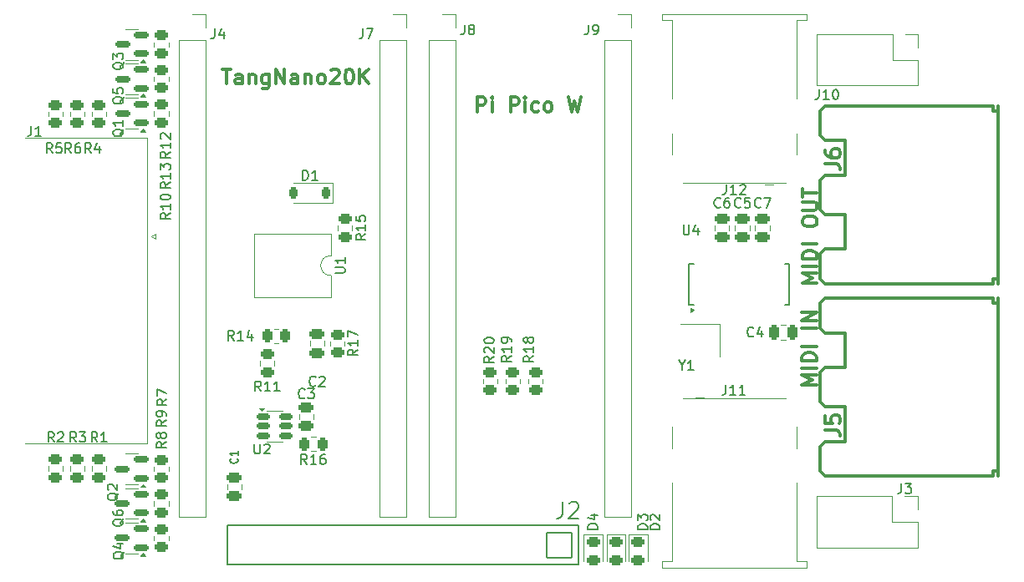
<source format=gto>
G04 #@! TF.GenerationSoftware,KiCad,Pcbnew,8.0.4+dfsg-1*
G04 #@! TF.CreationDate,2025-02-26T12:03:38+01:00*
G04 #@! TF.ProjectId,MiSTeryShield20kRPiPico,4d695354-6572-4795-9368-69656c643230,V2*
G04 #@! TF.SameCoordinates,Original*
G04 #@! TF.FileFunction,Legend,Top*
G04 #@! TF.FilePolarity,Positive*
%FSLAX46Y46*%
G04 Gerber Fmt 4.6, Leading zero omitted, Abs format (unit mm)*
G04 Created by KiCad (PCBNEW 8.0.4+dfsg-1) date 2025-02-26 12:03:38*
%MOMM*%
%LPD*%
G01*
G04 APERTURE LIST*
G04 Aperture macros list*
%AMRoundRect*
0 Rectangle with rounded corners*
0 $1 Rounding radius*
0 $2 $3 $4 $5 $6 $7 $8 $9 X,Y pos of 4 corners*
0 Add a 4 corners polygon primitive as box body*
4,1,4,$2,$3,$4,$5,$6,$7,$8,$9,$2,$3,0*
0 Add four circle primitives for the rounded corners*
1,1,$1+$1,$2,$3*
1,1,$1+$1,$4,$5*
1,1,$1+$1,$6,$7*
1,1,$1+$1,$8,$9*
0 Add four rect primitives between the rounded corners*
20,1,$1+$1,$2,$3,$4,$5,0*
20,1,$1+$1,$4,$5,$6,$7,0*
20,1,$1+$1,$6,$7,$8,$9,0*
20,1,$1+$1,$8,$9,$2,$3,0*%
G04 Aperture macros list end*
%ADD10C,0.300000*%
%ADD11C,0.150000*%
%ADD12C,0.142240*%
%ADD13C,0.120000*%
%ADD14C,0.127000*%
%ADD15C,0.304800*%
%ADD16RoundRect,0.250000X-0.450000X0.262500X-0.450000X-0.262500X0.450000X-0.262500X0.450000X0.262500X0*%
%ADD17RoundRect,0.250000X0.450000X-0.262500X0.450000X0.262500X-0.450000X0.262500X-0.450000X-0.262500X0*%
%ADD18RoundRect,0.063500X-1.270000X-1.270000X1.270000X-1.270000X1.270000X1.270000X-1.270000X1.270000X0*%
%ADD19C,2.667000*%
%ADD20R,1.700000X1.700000*%
%ADD21O,1.700000X1.700000*%
%ADD22RoundRect,0.250000X-0.475000X0.250000X-0.475000X-0.250000X0.475000X-0.250000X0.475000X0.250000X0*%
%ADD23RoundRect,0.150000X0.587500X0.150000X-0.587500X0.150000X-0.587500X-0.150000X0.587500X-0.150000X0*%
%ADD24C,3.200000*%
%ADD25R,1.400000X1.200000*%
%ADD26RoundRect,0.243750X-0.456250X0.243750X-0.456250X-0.243750X0.456250X-0.243750X0.456250X0.243750X0*%
%ADD27RoundRect,0.250000X-0.262500X-0.450000X0.262500X-0.450000X0.262500X0.450000X-0.262500X0.450000X0*%
%ADD28RoundRect,0.250000X0.475000X-0.250000X0.475000X0.250000X-0.475000X0.250000X-0.475000X-0.250000X0*%
%ADD29C,4.000000*%
%ADD30R,1.600000X1.600000*%
%ADD31C,1.600000*%
%ADD32R,1.780000X2.000000*%
%ADD33C,2.500000*%
%ADD34RoundRect,0.225000X0.225000X0.375000X-0.225000X0.375000X-0.225000X-0.375000X0.225000X-0.375000X0*%
%ADD35RoundRect,0.250000X0.250000X0.475000X-0.250000X0.475000X-0.250000X-0.475000X0.250000X-0.475000X0*%
%ADD36R,1.500000X1.500000*%
%ADD37C,1.500000*%
%ADD38C,3.000000*%
%ADD39R,0.400000X1.200000*%
%ADD40RoundRect,0.150000X-0.512500X-0.150000X0.512500X-0.150000X0.512500X0.150000X-0.512500X0.150000X0*%
G04 APERTURE END LIST*
D10*
X92082225Y-44600828D02*
X92939368Y-44600828D01*
X92510796Y-46100828D02*
X92510796Y-44600828D01*
X94082225Y-46100828D02*
X94082225Y-45315114D01*
X94082225Y-45315114D02*
X94010796Y-45172257D01*
X94010796Y-45172257D02*
X93867939Y-45100828D01*
X93867939Y-45100828D02*
X93582225Y-45100828D01*
X93582225Y-45100828D02*
X93439367Y-45172257D01*
X94082225Y-46029400D02*
X93939367Y-46100828D01*
X93939367Y-46100828D02*
X93582225Y-46100828D01*
X93582225Y-46100828D02*
X93439367Y-46029400D01*
X93439367Y-46029400D02*
X93367939Y-45886542D01*
X93367939Y-45886542D02*
X93367939Y-45743685D01*
X93367939Y-45743685D02*
X93439367Y-45600828D01*
X93439367Y-45600828D02*
X93582225Y-45529400D01*
X93582225Y-45529400D02*
X93939367Y-45529400D01*
X93939367Y-45529400D02*
X94082225Y-45457971D01*
X94796510Y-45100828D02*
X94796510Y-46100828D01*
X94796510Y-45243685D02*
X94867939Y-45172257D01*
X94867939Y-45172257D02*
X95010796Y-45100828D01*
X95010796Y-45100828D02*
X95225082Y-45100828D01*
X95225082Y-45100828D02*
X95367939Y-45172257D01*
X95367939Y-45172257D02*
X95439368Y-45315114D01*
X95439368Y-45315114D02*
X95439368Y-46100828D01*
X96796511Y-45100828D02*
X96796511Y-46315114D01*
X96796511Y-46315114D02*
X96725082Y-46457971D01*
X96725082Y-46457971D02*
X96653653Y-46529400D01*
X96653653Y-46529400D02*
X96510796Y-46600828D01*
X96510796Y-46600828D02*
X96296511Y-46600828D01*
X96296511Y-46600828D02*
X96153653Y-46529400D01*
X96796511Y-46029400D02*
X96653653Y-46100828D01*
X96653653Y-46100828D02*
X96367939Y-46100828D01*
X96367939Y-46100828D02*
X96225082Y-46029400D01*
X96225082Y-46029400D02*
X96153653Y-45957971D01*
X96153653Y-45957971D02*
X96082225Y-45815114D01*
X96082225Y-45815114D02*
X96082225Y-45386542D01*
X96082225Y-45386542D02*
X96153653Y-45243685D01*
X96153653Y-45243685D02*
X96225082Y-45172257D01*
X96225082Y-45172257D02*
X96367939Y-45100828D01*
X96367939Y-45100828D02*
X96653653Y-45100828D01*
X96653653Y-45100828D02*
X96796511Y-45172257D01*
X97510796Y-46100828D02*
X97510796Y-44600828D01*
X97510796Y-44600828D02*
X98367939Y-46100828D01*
X98367939Y-46100828D02*
X98367939Y-44600828D01*
X99725083Y-46100828D02*
X99725083Y-45315114D01*
X99725083Y-45315114D02*
X99653654Y-45172257D01*
X99653654Y-45172257D02*
X99510797Y-45100828D01*
X99510797Y-45100828D02*
X99225083Y-45100828D01*
X99225083Y-45100828D02*
X99082225Y-45172257D01*
X99725083Y-46029400D02*
X99582225Y-46100828D01*
X99582225Y-46100828D02*
X99225083Y-46100828D01*
X99225083Y-46100828D02*
X99082225Y-46029400D01*
X99082225Y-46029400D02*
X99010797Y-45886542D01*
X99010797Y-45886542D02*
X99010797Y-45743685D01*
X99010797Y-45743685D02*
X99082225Y-45600828D01*
X99082225Y-45600828D02*
X99225083Y-45529400D01*
X99225083Y-45529400D02*
X99582225Y-45529400D01*
X99582225Y-45529400D02*
X99725083Y-45457971D01*
X100439368Y-45100828D02*
X100439368Y-46100828D01*
X100439368Y-45243685D02*
X100510797Y-45172257D01*
X100510797Y-45172257D02*
X100653654Y-45100828D01*
X100653654Y-45100828D02*
X100867940Y-45100828D01*
X100867940Y-45100828D02*
X101010797Y-45172257D01*
X101010797Y-45172257D02*
X101082226Y-45315114D01*
X101082226Y-45315114D02*
X101082226Y-46100828D01*
X102010797Y-46100828D02*
X101867940Y-46029400D01*
X101867940Y-46029400D02*
X101796511Y-45957971D01*
X101796511Y-45957971D02*
X101725083Y-45815114D01*
X101725083Y-45815114D02*
X101725083Y-45386542D01*
X101725083Y-45386542D02*
X101796511Y-45243685D01*
X101796511Y-45243685D02*
X101867940Y-45172257D01*
X101867940Y-45172257D02*
X102010797Y-45100828D01*
X102010797Y-45100828D02*
X102225083Y-45100828D01*
X102225083Y-45100828D02*
X102367940Y-45172257D01*
X102367940Y-45172257D02*
X102439369Y-45243685D01*
X102439369Y-45243685D02*
X102510797Y-45386542D01*
X102510797Y-45386542D02*
X102510797Y-45815114D01*
X102510797Y-45815114D02*
X102439369Y-45957971D01*
X102439369Y-45957971D02*
X102367940Y-46029400D01*
X102367940Y-46029400D02*
X102225083Y-46100828D01*
X102225083Y-46100828D02*
X102010797Y-46100828D01*
X103082226Y-44743685D02*
X103153654Y-44672257D01*
X103153654Y-44672257D02*
X103296512Y-44600828D01*
X103296512Y-44600828D02*
X103653654Y-44600828D01*
X103653654Y-44600828D02*
X103796512Y-44672257D01*
X103796512Y-44672257D02*
X103867940Y-44743685D01*
X103867940Y-44743685D02*
X103939369Y-44886542D01*
X103939369Y-44886542D02*
X103939369Y-45029400D01*
X103939369Y-45029400D02*
X103867940Y-45243685D01*
X103867940Y-45243685D02*
X103010797Y-46100828D01*
X103010797Y-46100828D02*
X103939369Y-46100828D01*
X104867940Y-44600828D02*
X105010797Y-44600828D01*
X105010797Y-44600828D02*
X105153654Y-44672257D01*
X105153654Y-44672257D02*
X105225083Y-44743685D01*
X105225083Y-44743685D02*
X105296511Y-44886542D01*
X105296511Y-44886542D02*
X105367940Y-45172257D01*
X105367940Y-45172257D02*
X105367940Y-45529400D01*
X105367940Y-45529400D02*
X105296511Y-45815114D01*
X105296511Y-45815114D02*
X105225083Y-45957971D01*
X105225083Y-45957971D02*
X105153654Y-46029400D01*
X105153654Y-46029400D02*
X105010797Y-46100828D01*
X105010797Y-46100828D02*
X104867940Y-46100828D01*
X104867940Y-46100828D02*
X104725083Y-46029400D01*
X104725083Y-46029400D02*
X104653654Y-45957971D01*
X104653654Y-45957971D02*
X104582225Y-45815114D01*
X104582225Y-45815114D02*
X104510797Y-45529400D01*
X104510797Y-45529400D02*
X104510797Y-45172257D01*
X104510797Y-45172257D02*
X104582225Y-44886542D01*
X104582225Y-44886542D02*
X104653654Y-44743685D01*
X104653654Y-44743685D02*
X104725083Y-44672257D01*
X104725083Y-44672257D02*
X104867940Y-44600828D01*
X106010796Y-46100828D02*
X106010796Y-44600828D01*
X106867939Y-46100828D02*
X106225082Y-45243685D01*
X106867939Y-44600828D02*
X106010796Y-45457971D01*
X117896510Y-48950828D02*
X117896510Y-47450828D01*
X117896510Y-47450828D02*
X118467939Y-47450828D01*
X118467939Y-47450828D02*
X118610796Y-47522257D01*
X118610796Y-47522257D02*
X118682225Y-47593685D01*
X118682225Y-47593685D02*
X118753653Y-47736542D01*
X118753653Y-47736542D02*
X118753653Y-47950828D01*
X118753653Y-47950828D02*
X118682225Y-48093685D01*
X118682225Y-48093685D02*
X118610796Y-48165114D01*
X118610796Y-48165114D02*
X118467939Y-48236542D01*
X118467939Y-48236542D02*
X117896510Y-48236542D01*
X119396510Y-48950828D02*
X119396510Y-47950828D01*
X119396510Y-47450828D02*
X119325082Y-47522257D01*
X119325082Y-47522257D02*
X119396510Y-47593685D01*
X119396510Y-47593685D02*
X119467939Y-47522257D01*
X119467939Y-47522257D02*
X119396510Y-47450828D01*
X119396510Y-47450828D02*
X119396510Y-47593685D01*
X121253653Y-48950828D02*
X121253653Y-47450828D01*
X121253653Y-47450828D02*
X121825082Y-47450828D01*
X121825082Y-47450828D02*
X121967939Y-47522257D01*
X121967939Y-47522257D02*
X122039368Y-47593685D01*
X122039368Y-47593685D02*
X122110796Y-47736542D01*
X122110796Y-47736542D02*
X122110796Y-47950828D01*
X122110796Y-47950828D02*
X122039368Y-48093685D01*
X122039368Y-48093685D02*
X121967939Y-48165114D01*
X121967939Y-48165114D02*
X121825082Y-48236542D01*
X121825082Y-48236542D02*
X121253653Y-48236542D01*
X122753653Y-48950828D02*
X122753653Y-47950828D01*
X122753653Y-47450828D02*
X122682225Y-47522257D01*
X122682225Y-47522257D02*
X122753653Y-47593685D01*
X122753653Y-47593685D02*
X122825082Y-47522257D01*
X122825082Y-47522257D02*
X122753653Y-47450828D01*
X122753653Y-47450828D02*
X122753653Y-47593685D01*
X124110797Y-48879400D02*
X123967939Y-48950828D01*
X123967939Y-48950828D02*
X123682225Y-48950828D01*
X123682225Y-48950828D02*
X123539368Y-48879400D01*
X123539368Y-48879400D02*
X123467939Y-48807971D01*
X123467939Y-48807971D02*
X123396511Y-48665114D01*
X123396511Y-48665114D02*
X123396511Y-48236542D01*
X123396511Y-48236542D02*
X123467939Y-48093685D01*
X123467939Y-48093685D02*
X123539368Y-48022257D01*
X123539368Y-48022257D02*
X123682225Y-47950828D01*
X123682225Y-47950828D02*
X123967939Y-47950828D01*
X123967939Y-47950828D02*
X124110797Y-48022257D01*
X124967939Y-48950828D02*
X124825082Y-48879400D01*
X124825082Y-48879400D02*
X124753653Y-48807971D01*
X124753653Y-48807971D02*
X124682225Y-48665114D01*
X124682225Y-48665114D02*
X124682225Y-48236542D01*
X124682225Y-48236542D02*
X124753653Y-48093685D01*
X124753653Y-48093685D02*
X124825082Y-48022257D01*
X124825082Y-48022257D02*
X124967939Y-47950828D01*
X124967939Y-47950828D02*
X125182225Y-47950828D01*
X125182225Y-47950828D02*
X125325082Y-48022257D01*
X125325082Y-48022257D02*
X125396511Y-48093685D01*
X125396511Y-48093685D02*
X125467939Y-48236542D01*
X125467939Y-48236542D02*
X125467939Y-48665114D01*
X125467939Y-48665114D02*
X125396511Y-48807971D01*
X125396511Y-48807971D02*
X125325082Y-48879400D01*
X125325082Y-48879400D02*
X125182225Y-48950828D01*
X125182225Y-48950828D02*
X124967939Y-48950828D01*
X127110796Y-47450828D02*
X127467939Y-48950828D01*
X127467939Y-48950828D02*
X127753653Y-47879400D01*
X127753653Y-47879400D02*
X128039368Y-48950828D01*
X128039368Y-48950828D02*
X128396511Y-47450828D01*
D11*
X95999142Y-77254819D02*
X95665809Y-76778628D01*
X95427714Y-77254819D02*
X95427714Y-76254819D01*
X95427714Y-76254819D02*
X95808666Y-76254819D01*
X95808666Y-76254819D02*
X95903904Y-76302438D01*
X95903904Y-76302438D02*
X95951523Y-76350057D01*
X95951523Y-76350057D02*
X95999142Y-76445295D01*
X95999142Y-76445295D02*
X95999142Y-76588152D01*
X95999142Y-76588152D02*
X95951523Y-76683390D01*
X95951523Y-76683390D02*
X95903904Y-76731009D01*
X95903904Y-76731009D02*
X95808666Y-76778628D01*
X95808666Y-76778628D02*
X95427714Y-76778628D01*
X96951523Y-77254819D02*
X96380095Y-77254819D01*
X96665809Y-77254819D02*
X96665809Y-76254819D01*
X96665809Y-76254819D02*
X96570571Y-76397676D01*
X96570571Y-76397676D02*
X96475333Y-76492914D01*
X96475333Y-76492914D02*
X96380095Y-76540533D01*
X97903904Y-77254819D02*
X97332476Y-77254819D01*
X97618190Y-77254819D02*
X97618190Y-76254819D01*
X97618190Y-76254819D02*
X97522952Y-76397676D01*
X97522952Y-76397676D02*
X97427714Y-76492914D01*
X97427714Y-76492914D02*
X97332476Y-76540533D01*
X123596819Y-73692857D02*
X123120628Y-74026190D01*
X123596819Y-74264285D02*
X122596819Y-74264285D01*
X122596819Y-74264285D02*
X122596819Y-73883333D01*
X122596819Y-73883333D02*
X122644438Y-73788095D01*
X122644438Y-73788095D02*
X122692057Y-73740476D01*
X122692057Y-73740476D02*
X122787295Y-73692857D01*
X122787295Y-73692857D02*
X122930152Y-73692857D01*
X122930152Y-73692857D02*
X123025390Y-73740476D01*
X123025390Y-73740476D02*
X123073009Y-73788095D01*
X123073009Y-73788095D02*
X123120628Y-73883333D01*
X123120628Y-73883333D02*
X123120628Y-74264285D01*
X123596819Y-72740476D02*
X123596819Y-73311904D01*
X123596819Y-73026190D02*
X122596819Y-73026190D01*
X122596819Y-73026190D02*
X122739676Y-73121428D01*
X122739676Y-73121428D02*
X122834914Y-73216666D01*
X122834914Y-73216666D02*
X122882533Y-73311904D01*
X123025390Y-72169047D02*
X122977771Y-72264285D01*
X122977771Y-72264285D02*
X122930152Y-72311904D01*
X122930152Y-72311904D02*
X122834914Y-72359523D01*
X122834914Y-72359523D02*
X122787295Y-72359523D01*
X122787295Y-72359523D02*
X122692057Y-72311904D01*
X122692057Y-72311904D02*
X122644438Y-72264285D01*
X122644438Y-72264285D02*
X122596819Y-72169047D01*
X122596819Y-72169047D02*
X122596819Y-71978571D01*
X122596819Y-71978571D02*
X122644438Y-71883333D01*
X122644438Y-71883333D02*
X122692057Y-71835714D01*
X122692057Y-71835714D02*
X122787295Y-71788095D01*
X122787295Y-71788095D02*
X122834914Y-71788095D01*
X122834914Y-71788095D02*
X122930152Y-71835714D01*
X122930152Y-71835714D02*
X122977771Y-71883333D01*
X122977771Y-71883333D02*
X123025390Y-71978571D01*
X123025390Y-71978571D02*
X123025390Y-72169047D01*
X123025390Y-72169047D02*
X123073009Y-72264285D01*
X123073009Y-72264285D02*
X123120628Y-72311904D01*
X123120628Y-72311904D02*
X123215866Y-72359523D01*
X123215866Y-72359523D02*
X123406342Y-72359523D01*
X123406342Y-72359523D02*
X123501580Y-72311904D01*
X123501580Y-72311904D02*
X123549200Y-72264285D01*
X123549200Y-72264285D02*
X123596819Y-72169047D01*
X123596819Y-72169047D02*
X123596819Y-71978571D01*
X123596819Y-71978571D02*
X123549200Y-71883333D01*
X123549200Y-71883333D02*
X123501580Y-71835714D01*
X123501580Y-71835714D02*
X123406342Y-71788095D01*
X123406342Y-71788095D02*
X123215866Y-71788095D01*
X123215866Y-71788095D02*
X123120628Y-71835714D01*
X123120628Y-71835714D02*
X123073009Y-71883333D01*
X123073009Y-71883333D02*
X123025390Y-71978571D01*
X86396819Y-82416666D02*
X85920628Y-82749999D01*
X86396819Y-82988094D02*
X85396819Y-82988094D01*
X85396819Y-82988094D02*
X85396819Y-82607142D01*
X85396819Y-82607142D02*
X85444438Y-82511904D01*
X85444438Y-82511904D02*
X85492057Y-82464285D01*
X85492057Y-82464285D02*
X85587295Y-82416666D01*
X85587295Y-82416666D02*
X85730152Y-82416666D01*
X85730152Y-82416666D02*
X85825390Y-82464285D01*
X85825390Y-82464285D02*
X85873009Y-82511904D01*
X85873009Y-82511904D02*
X85920628Y-82607142D01*
X85920628Y-82607142D02*
X85920628Y-82988094D01*
X85825390Y-81845237D02*
X85777771Y-81940475D01*
X85777771Y-81940475D02*
X85730152Y-81988094D01*
X85730152Y-81988094D02*
X85634914Y-82035713D01*
X85634914Y-82035713D02*
X85587295Y-82035713D01*
X85587295Y-82035713D02*
X85492057Y-81988094D01*
X85492057Y-81988094D02*
X85444438Y-81940475D01*
X85444438Y-81940475D02*
X85396819Y-81845237D01*
X85396819Y-81845237D02*
X85396819Y-81654761D01*
X85396819Y-81654761D02*
X85444438Y-81559523D01*
X85444438Y-81559523D02*
X85492057Y-81511904D01*
X85492057Y-81511904D02*
X85587295Y-81464285D01*
X85587295Y-81464285D02*
X85634914Y-81464285D01*
X85634914Y-81464285D02*
X85730152Y-81511904D01*
X85730152Y-81511904D02*
X85777771Y-81559523D01*
X85777771Y-81559523D02*
X85825390Y-81654761D01*
X85825390Y-81654761D02*
X85825390Y-81845237D01*
X85825390Y-81845237D02*
X85873009Y-81940475D01*
X85873009Y-81940475D02*
X85920628Y-81988094D01*
X85920628Y-81988094D02*
X86015866Y-82035713D01*
X86015866Y-82035713D02*
X86206342Y-82035713D01*
X86206342Y-82035713D02*
X86301580Y-81988094D01*
X86301580Y-81988094D02*
X86349200Y-81940475D01*
X86349200Y-81940475D02*
X86396819Y-81845237D01*
X86396819Y-81845237D02*
X86396819Y-81654761D01*
X86396819Y-81654761D02*
X86349200Y-81559523D01*
X86349200Y-81559523D02*
X86301580Y-81511904D01*
X86301580Y-81511904D02*
X86206342Y-81464285D01*
X86206342Y-81464285D02*
X86015866Y-81464285D01*
X86015866Y-81464285D02*
X85920628Y-81511904D01*
X85920628Y-81511904D02*
X85873009Y-81559523D01*
X85873009Y-81559523D02*
X85825390Y-81654761D01*
D12*
X126542404Y-88506657D02*
X126542404Y-89675057D01*
X126542404Y-89675057D02*
X126464511Y-89908737D01*
X126464511Y-89908737D02*
X126308724Y-90064524D01*
X126308724Y-90064524D02*
X126075044Y-90142417D01*
X126075044Y-90142417D02*
X125919258Y-90142417D01*
X127243444Y-88662444D02*
X127321337Y-88584550D01*
X127321337Y-88584550D02*
X127477124Y-88506657D01*
X127477124Y-88506657D02*
X127866591Y-88506657D01*
X127866591Y-88506657D02*
X128022377Y-88584550D01*
X128022377Y-88584550D02*
X128100271Y-88662444D01*
X128100271Y-88662444D02*
X128178164Y-88818230D01*
X128178164Y-88818230D02*
X128178164Y-88974017D01*
X128178164Y-88974017D02*
X128100271Y-89207697D01*
X128100271Y-89207697D02*
X127165551Y-90142417D01*
X127165551Y-90142417D02*
X128178164Y-90142417D01*
D11*
X129158666Y-40104819D02*
X129158666Y-40819104D01*
X129158666Y-40819104D02*
X129111047Y-40961961D01*
X129111047Y-40961961D02*
X129015809Y-41057200D01*
X129015809Y-41057200D02*
X128872952Y-41104819D01*
X128872952Y-41104819D02*
X128777714Y-41104819D01*
X129682476Y-41104819D02*
X129872952Y-41104819D01*
X129872952Y-41104819D02*
X129968190Y-41057200D01*
X129968190Y-41057200D02*
X130015809Y-41009580D01*
X130015809Y-41009580D02*
X130111047Y-40866723D01*
X130111047Y-40866723D02*
X130158666Y-40676247D01*
X130158666Y-40676247D02*
X130158666Y-40295295D01*
X130158666Y-40295295D02*
X130111047Y-40200057D01*
X130111047Y-40200057D02*
X130063428Y-40152438D01*
X130063428Y-40152438D02*
X129968190Y-40104819D01*
X129968190Y-40104819D02*
X129777714Y-40104819D01*
X129777714Y-40104819D02*
X129682476Y-40152438D01*
X129682476Y-40152438D02*
X129634857Y-40200057D01*
X129634857Y-40200057D02*
X129587238Y-40295295D01*
X129587238Y-40295295D02*
X129587238Y-40533390D01*
X129587238Y-40533390D02*
X129634857Y-40628628D01*
X129634857Y-40628628D02*
X129682476Y-40676247D01*
X129682476Y-40676247D02*
X129777714Y-40723866D01*
X129777714Y-40723866D02*
X129968190Y-40723866D01*
X129968190Y-40723866D02*
X130063428Y-40676247D01*
X130063428Y-40676247D02*
X130111047Y-40628628D01*
X130111047Y-40628628D02*
X130158666Y-40533390D01*
X142525333Y-58559580D02*
X142477714Y-58607200D01*
X142477714Y-58607200D02*
X142334857Y-58654819D01*
X142334857Y-58654819D02*
X142239619Y-58654819D01*
X142239619Y-58654819D02*
X142096762Y-58607200D01*
X142096762Y-58607200D02*
X142001524Y-58511961D01*
X142001524Y-58511961D02*
X141953905Y-58416723D01*
X141953905Y-58416723D02*
X141906286Y-58226247D01*
X141906286Y-58226247D02*
X141906286Y-58083390D01*
X141906286Y-58083390D02*
X141953905Y-57892914D01*
X141953905Y-57892914D02*
X142001524Y-57797676D01*
X142001524Y-57797676D02*
X142096762Y-57702438D01*
X142096762Y-57702438D02*
X142239619Y-57654819D01*
X142239619Y-57654819D02*
X142334857Y-57654819D01*
X142334857Y-57654819D02*
X142477714Y-57702438D01*
X142477714Y-57702438D02*
X142525333Y-57750057D01*
X143382476Y-57654819D02*
X143192000Y-57654819D01*
X143192000Y-57654819D02*
X143096762Y-57702438D01*
X143096762Y-57702438D02*
X143049143Y-57750057D01*
X143049143Y-57750057D02*
X142953905Y-57892914D01*
X142953905Y-57892914D02*
X142906286Y-58083390D01*
X142906286Y-58083390D02*
X142906286Y-58464342D01*
X142906286Y-58464342D02*
X142953905Y-58559580D01*
X142953905Y-58559580D02*
X143001524Y-58607200D01*
X143001524Y-58607200D02*
X143096762Y-58654819D01*
X143096762Y-58654819D02*
X143287238Y-58654819D01*
X143287238Y-58654819D02*
X143382476Y-58607200D01*
X143382476Y-58607200D02*
X143430095Y-58559580D01*
X143430095Y-58559580D02*
X143477714Y-58464342D01*
X143477714Y-58464342D02*
X143477714Y-58226247D01*
X143477714Y-58226247D02*
X143430095Y-58131009D01*
X143430095Y-58131009D02*
X143382476Y-58083390D01*
X143382476Y-58083390D02*
X143287238Y-58035771D01*
X143287238Y-58035771D02*
X143096762Y-58035771D01*
X143096762Y-58035771D02*
X143001524Y-58083390D01*
X143001524Y-58083390D02*
X142953905Y-58131009D01*
X142953905Y-58131009D02*
X142906286Y-58226247D01*
X82142057Y-93545238D02*
X82094438Y-93640476D01*
X82094438Y-93640476D02*
X81999200Y-93735714D01*
X81999200Y-93735714D02*
X81856342Y-93878571D01*
X81856342Y-93878571D02*
X81808723Y-93973809D01*
X81808723Y-93973809D02*
X81808723Y-94069047D01*
X82046819Y-94021428D02*
X81999200Y-94116666D01*
X81999200Y-94116666D02*
X81903961Y-94211904D01*
X81903961Y-94211904D02*
X81713485Y-94259523D01*
X81713485Y-94259523D02*
X81380152Y-94259523D01*
X81380152Y-94259523D02*
X81189676Y-94211904D01*
X81189676Y-94211904D02*
X81094438Y-94116666D01*
X81094438Y-94116666D02*
X81046819Y-94021428D01*
X81046819Y-94021428D02*
X81046819Y-93830952D01*
X81046819Y-93830952D02*
X81094438Y-93735714D01*
X81094438Y-93735714D02*
X81189676Y-93640476D01*
X81189676Y-93640476D02*
X81380152Y-93592857D01*
X81380152Y-93592857D02*
X81713485Y-93592857D01*
X81713485Y-93592857D02*
X81903961Y-93640476D01*
X81903961Y-93640476D02*
X81999200Y-93735714D01*
X81999200Y-93735714D02*
X82046819Y-93830952D01*
X82046819Y-93830952D02*
X82046819Y-94021428D01*
X81380152Y-92735714D02*
X82046819Y-92735714D01*
X80999200Y-92973809D02*
X81713485Y-93211904D01*
X81713485Y-93211904D02*
X81713485Y-92592857D01*
X106596819Y-61342857D02*
X106120628Y-61676190D01*
X106596819Y-61914285D02*
X105596819Y-61914285D01*
X105596819Y-61914285D02*
X105596819Y-61533333D01*
X105596819Y-61533333D02*
X105644438Y-61438095D01*
X105644438Y-61438095D02*
X105692057Y-61390476D01*
X105692057Y-61390476D02*
X105787295Y-61342857D01*
X105787295Y-61342857D02*
X105930152Y-61342857D01*
X105930152Y-61342857D02*
X106025390Y-61390476D01*
X106025390Y-61390476D02*
X106073009Y-61438095D01*
X106073009Y-61438095D02*
X106120628Y-61533333D01*
X106120628Y-61533333D02*
X106120628Y-61914285D01*
X106596819Y-60390476D02*
X106596819Y-60961904D01*
X106596819Y-60676190D02*
X105596819Y-60676190D01*
X105596819Y-60676190D02*
X105739676Y-60771428D01*
X105739676Y-60771428D02*
X105834914Y-60866666D01*
X105834914Y-60866666D02*
X105882533Y-60961904D01*
X105596819Y-59485714D02*
X105596819Y-59961904D01*
X105596819Y-59961904D02*
X106073009Y-60009523D01*
X106073009Y-60009523D02*
X106025390Y-59961904D01*
X106025390Y-59961904D02*
X105977771Y-59866666D01*
X105977771Y-59866666D02*
X105977771Y-59628571D01*
X105977771Y-59628571D02*
X106025390Y-59533333D01*
X106025390Y-59533333D02*
X106073009Y-59485714D01*
X106073009Y-59485714D02*
X106168247Y-59438095D01*
X106168247Y-59438095D02*
X106406342Y-59438095D01*
X106406342Y-59438095D02*
X106501580Y-59485714D01*
X106501580Y-59485714D02*
X106549200Y-59533333D01*
X106549200Y-59533333D02*
X106596819Y-59628571D01*
X106596819Y-59628571D02*
X106596819Y-59866666D01*
X106596819Y-59866666D02*
X106549200Y-59961904D01*
X106549200Y-59961904D02*
X106501580Y-60009523D01*
X152532476Y-46654819D02*
X152532476Y-47369104D01*
X152532476Y-47369104D02*
X152484857Y-47511961D01*
X152484857Y-47511961D02*
X152389619Y-47607200D01*
X152389619Y-47607200D02*
X152246762Y-47654819D01*
X152246762Y-47654819D02*
X152151524Y-47654819D01*
X153532476Y-47654819D02*
X152961048Y-47654819D01*
X153246762Y-47654819D02*
X153246762Y-46654819D01*
X153246762Y-46654819D02*
X153151524Y-46797676D01*
X153151524Y-46797676D02*
X153056286Y-46892914D01*
X153056286Y-46892914D02*
X152961048Y-46940533D01*
X154151524Y-46654819D02*
X154246762Y-46654819D01*
X154246762Y-46654819D02*
X154342000Y-46702438D01*
X154342000Y-46702438D02*
X154389619Y-46750057D01*
X154389619Y-46750057D02*
X154437238Y-46845295D01*
X154437238Y-46845295D02*
X154484857Y-47035771D01*
X154484857Y-47035771D02*
X154484857Y-47273866D01*
X154484857Y-47273866D02*
X154437238Y-47464342D01*
X154437238Y-47464342D02*
X154389619Y-47559580D01*
X154389619Y-47559580D02*
X154342000Y-47607200D01*
X154342000Y-47607200D02*
X154246762Y-47654819D01*
X154246762Y-47654819D02*
X154151524Y-47654819D01*
X154151524Y-47654819D02*
X154056286Y-47607200D01*
X154056286Y-47607200D02*
X154008667Y-47559580D01*
X154008667Y-47559580D02*
X153961048Y-47464342D01*
X153961048Y-47464342D02*
X153913429Y-47273866D01*
X153913429Y-47273866D02*
X153913429Y-47035771D01*
X153913429Y-47035771D02*
X153961048Y-46845295D01*
X153961048Y-46845295D02*
X154008667Y-46750057D01*
X154008667Y-46750057D02*
X154056286Y-46702438D01*
X154056286Y-46702438D02*
X154151524Y-46654819D01*
X138615809Y-74628628D02*
X138615809Y-75104819D01*
X138282476Y-74104819D02*
X138615809Y-74628628D01*
X138615809Y-74628628D02*
X138949142Y-74104819D01*
X139806285Y-75104819D02*
X139234857Y-75104819D01*
X139520571Y-75104819D02*
X139520571Y-74104819D01*
X139520571Y-74104819D02*
X139425333Y-74247676D01*
X139425333Y-74247676D02*
X139330095Y-74342914D01*
X139330095Y-74342914D02*
X139234857Y-74390533D01*
X86796819Y-56092857D02*
X86320628Y-56426190D01*
X86796819Y-56664285D02*
X85796819Y-56664285D01*
X85796819Y-56664285D02*
X85796819Y-56283333D01*
X85796819Y-56283333D02*
X85844438Y-56188095D01*
X85844438Y-56188095D02*
X85892057Y-56140476D01*
X85892057Y-56140476D02*
X85987295Y-56092857D01*
X85987295Y-56092857D02*
X86130152Y-56092857D01*
X86130152Y-56092857D02*
X86225390Y-56140476D01*
X86225390Y-56140476D02*
X86273009Y-56188095D01*
X86273009Y-56188095D02*
X86320628Y-56283333D01*
X86320628Y-56283333D02*
X86320628Y-56664285D01*
X86796819Y-55140476D02*
X86796819Y-55711904D01*
X86796819Y-55426190D02*
X85796819Y-55426190D01*
X85796819Y-55426190D02*
X85939676Y-55521428D01*
X85939676Y-55521428D02*
X86034914Y-55616666D01*
X86034914Y-55616666D02*
X86082533Y-55711904D01*
X85796819Y-54807142D02*
X85796819Y-54188095D01*
X85796819Y-54188095D02*
X86177771Y-54521428D01*
X86177771Y-54521428D02*
X86177771Y-54378571D01*
X86177771Y-54378571D02*
X86225390Y-54283333D01*
X86225390Y-54283333D02*
X86273009Y-54235714D01*
X86273009Y-54235714D02*
X86368247Y-54188095D01*
X86368247Y-54188095D02*
X86606342Y-54188095D01*
X86606342Y-54188095D02*
X86701580Y-54235714D01*
X86701580Y-54235714D02*
X86749200Y-54283333D01*
X86749200Y-54283333D02*
X86796819Y-54378571D01*
X86796819Y-54378571D02*
X86796819Y-54664285D01*
X86796819Y-54664285D02*
X86749200Y-54759523D01*
X86749200Y-54759523D02*
X86701580Y-54807142D01*
X144592833Y-58559580D02*
X144545214Y-58607200D01*
X144545214Y-58607200D02*
X144402357Y-58654819D01*
X144402357Y-58654819D02*
X144307119Y-58654819D01*
X144307119Y-58654819D02*
X144164262Y-58607200D01*
X144164262Y-58607200D02*
X144069024Y-58511961D01*
X144069024Y-58511961D02*
X144021405Y-58416723D01*
X144021405Y-58416723D02*
X143973786Y-58226247D01*
X143973786Y-58226247D02*
X143973786Y-58083390D01*
X143973786Y-58083390D02*
X144021405Y-57892914D01*
X144021405Y-57892914D02*
X144069024Y-57797676D01*
X144069024Y-57797676D02*
X144164262Y-57702438D01*
X144164262Y-57702438D02*
X144307119Y-57654819D01*
X144307119Y-57654819D02*
X144402357Y-57654819D01*
X144402357Y-57654819D02*
X144545214Y-57702438D01*
X144545214Y-57702438D02*
X144592833Y-57750057D01*
X145497595Y-57654819D02*
X145021405Y-57654819D01*
X145021405Y-57654819D02*
X144973786Y-58131009D01*
X144973786Y-58131009D02*
X145021405Y-58083390D01*
X145021405Y-58083390D02*
X145116643Y-58035771D01*
X145116643Y-58035771D02*
X145354738Y-58035771D01*
X145354738Y-58035771D02*
X145449976Y-58083390D01*
X145449976Y-58083390D02*
X145497595Y-58131009D01*
X145497595Y-58131009D02*
X145545214Y-58226247D01*
X145545214Y-58226247D02*
X145545214Y-58464342D01*
X145545214Y-58464342D02*
X145497595Y-58559580D01*
X145497595Y-58559580D02*
X145449976Y-58607200D01*
X145449976Y-58607200D02*
X145354738Y-58654819D01*
X145354738Y-58654819D02*
X145116643Y-58654819D01*
X145116643Y-58654819D02*
X145021405Y-58607200D01*
X145021405Y-58607200D02*
X144973786Y-58559580D01*
X135146819Y-91288094D02*
X134146819Y-91288094D01*
X134146819Y-91288094D02*
X134146819Y-91049999D01*
X134146819Y-91049999D02*
X134194438Y-90907142D01*
X134194438Y-90907142D02*
X134289676Y-90811904D01*
X134289676Y-90811904D02*
X134384914Y-90764285D01*
X134384914Y-90764285D02*
X134575390Y-90716666D01*
X134575390Y-90716666D02*
X134718247Y-90716666D01*
X134718247Y-90716666D02*
X134908723Y-90764285D01*
X134908723Y-90764285D02*
X135003961Y-90811904D01*
X135003961Y-90811904D02*
X135099200Y-90907142D01*
X135099200Y-90907142D02*
X135146819Y-91049999D01*
X135146819Y-91049999D02*
X135146819Y-91288094D01*
X134146819Y-90383332D02*
X134146819Y-89764285D01*
X134146819Y-89764285D02*
X134527771Y-90097618D01*
X134527771Y-90097618D02*
X134527771Y-89954761D01*
X134527771Y-89954761D02*
X134575390Y-89859523D01*
X134575390Y-89859523D02*
X134623009Y-89811904D01*
X134623009Y-89811904D02*
X134718247Y-89764285D01*
X134718247Y-89764285D02*
X134956342Y-89764285D01*
X134956342Y-89764285D02*
X135051580Y-89811904D01*
X135051580Y-89811904D02*
X135099200Y-89859523D01*
X135099200Y-89859523D02*
X135146819Y-89954761D01*
X135146819Y-89954761D02*
X135146819Y-90240475D01*
X135146819Y-90240475D02*
X135099200Y-90335713D01*
X135099200Y-90335713D02*
X135051580Y-90383332D01*
X146625333Y-58559580D02*
X146577714Y-58607200D01*
X146577714Y-58607200D02*
X146434857Y-58654819D01*
X146434857Y-58654819D02*
X146339619Y-58654819D01*
X146339619Y-58654819D02*
X146196762Y-58607200D01*
X146196762Y-58607200D02*
X146101524Y-58511961D01*
X146101524Y-58511961D02*
X146053905Y-58416723D01*
X146053905Y-58416723D02*
X146006286Y-58226247D01*
X146006286Y-58226247D02*
X146006286Y-58083390D01*
X146006286Y-58083390D02*
X146053905Y-57892914D01*
X146053905Y-57892914D02*
X146101524Y-57797676D01*
X146101524Y-57797676D02*
X146196762Y-57702438D01*
X146196762Y-57702438D02*
X146339619Y-57654819D01*
X146339619Y-57654819D02*
X146434857Y-57654819D01*
X146434857Y-57654819D02*
X146577714Y-57702438D01*
X146577714Y-57702438D02*
X146625333Y-57750057D01*
X146958667Y-57654819D02*
X147625333Y-57654819D01*
X147625333Y-57654819D02*
X147196762Y-58654819D01*
X93249142Y-72104819D02*
X92915809Y-71628628D01*
X92677714Y-72104819D02*
X92677714Y-71104819D01*
X92677714Y-71104819D02*
X93058666Y-71104819D01*
X93058666Y-71104819D02*
X93153904Y-71152438D01*
X93153904Y-71152438D02*
X93201523Y-71200057D01*
X93201523Y-71200057D02*
X93249142Y-71295295D01*
X93249142Y-71295295D02*
X93249142Y-71438152D01*
X93249142Y-71438152D02*
X93201523Y-71533390D01*
X93201523Y-71533390D02*
X93153904Y-71581009D01*
X93153904Y-71581009D02*
X93058666Y-71628628D01*
X93058666Y-71628628D02*
X92677714Y-71628628D01*
X94201523Y-72104819D02*
X93630095Y-72104819D01*
X93915809Y-72104819D02*
X93915809Y-71104819D01*
X93915809Y-71104819D02*
X93820571Y-71247676D01*
X93820571Y-71247676D02*
X93725333Y-71342914D01*
X93725333Y-71342914D02*
X93630095Y-71390533D01*
X95058666Y-71438152D02*
X95058666Y-72104819D01*
X94820571Y-71057200D02*
X94582476Y-71771485D01*
X94582476Y-71771485D02*
X95201523Y-71771485D01*
X86396819Y-80216666D02*
X85920628Y-80549999D01*
X86396819Y-80788094D02*
X85396819Y-80788094D01*
X85396819Y-80788094D02*
X85396819Y-80407142D01*
X85396819Y-80407142D02*
X85444438Y-80311904D01*
X85444438Y-80311904D02*
X85492057Y-80264285D01*
X85492057Y-80264285D02*
X85587295Y-80216666D01*
X85587295Y-80216666D02*
X85730152Y-80216666D01*
X85730152Y-80216666D02*
X85825390Y-80264285D01*
X85825390Y-80264285D02*
X85873009Y-80311904D01*
X85873009Y-80311904D02*
X85920628Y-80407142D01*
X85920628Y-80407142D02*
X85920628Y-80788094D01*
X86396819Y-79740475D02*
X86396819Y-79549999D01*
X86396819Y-79549999D02*
X86349200Y-79454761D01*
X86349200Y-79454761D02*
X86301580Y-79407142D01*
X86301580Y-79407142D02*
X86158723Y-79311904D01*
X86158723Y-79311904D02*
X85968247Y-79264285D01*
X85968247Y-79264285D02*
X85587295Y-79264285D01*
X85587295Y-79264285D02*
X85492057Y-79311904D01*
X85492057Y-79311904D02*
X85444438Y-79359523D01*
X85444438Y-79359523D02*
X85396819Y-79454761D01*
X85396819Y-79454761D02*
X85396819Y-79645237D01*
X85396819Y-79645237D02*
X85444438Y-79740475D01*
X85444438Y-79740475D02*
X85492057Y-79788094D01*
X85492057Y-79788094D02*
X85587295Y-79835713D01*
X85587295Y-79835713D02*
X85825390Y-79835713D01*
X85825390Y-79835713D02*
X85920628Y-79788094D01*
X85920628Y-79788094D02*
X85968247Y-79740475D01*
X85968247Y-79740475D02*
X86015866Y-79645237D01*
X86015866Y-79645237D02*
X86015866Y-79454761D01*
X86015866Y-79454761D02*
X85968247Y-79359523D01*
X85968247Y-79359523D02*
X85920628Y-79311904D01*
X85920628Y-79311904D02*
X85825390Y-79264285D01*
X101525333Y-76659580D02*
X101477714Y-76707200D01*
X101477714Y-76707200D02*
X101334857Y-76754819D01*
X101334857Y-76754819D02*
X101239619Y-76754819D01*
X101239619Y-76754819D02*
X101096762Y-76707200D01*
X101096762Y-76707200D02*
X101001524Y-76611961D01*
X101001524Y-76611961D02*
X100953905Y-76516723D01*
X100953905Y-76516723D02*
X100906286Y-76326247D01*
X100906286Y-76326247D02*
X100906286Y-76183390D01*
X100906286Y-76183390D02*
X100953905Y-75992914D01*
X100953905Y-75992914D02*
X101001524Y-75897676D01*
X101001524Y-75897676D02*
X101096762Y-75802438D01*
X101096762Y-75802438D02*
X101239619Y-75754819D01*
X101239619Y-75754819D02*
X101334857Y-75754819D01*
X101334857Y-75754819D02*
X101477714Y-75802438D01*
X101477714Y-75802438D02*
X101525333Y-75850057D01*
X101906286Y-75850057D02*
X101953905Y-75802438D01*
X101953905Y-75802438D02*
X102049143Y-75754819D01*
X102049143Y-75754819D02*
X102287238Y-75754819D01*
X102287238Y-75754819D02*
X102382476Y-75802438D01*
X102382476Y-75802438D02*
X102430095Y-75850057D01*
X102430095Y-75850057D02*
X102477714Y-75945295D01*
X102477714Y-75945295D02*
X102477714Y-76040533D01*
X102477714Y-76040533D02*
X102430095Y-76183390D01*
X102430095Y-76183390D02*
X101858667Y-76754819D01*
X101858667Y-76754819D02*
X102477714Y-76754819D01*
X136396819Y-91288094D02*
X135396819Y-91288094D01*
X135396819Y-91288094D02*
X135396819Y-91049999D01*
X135396819Y-91049999D02*
X135444438Y-90907142D01*
X135444438Y-90907142D02*
X135539676Y-90811904D01*
X135539676Y-90811904D02*
X135634914Y-90764285D01*
X135634914Y-90764285D02*
X135825390Y-90716666D01*
X135825390Y-90716666D02*
X135968247Y-90716666D01*
X135968247Y-90716666D02*
X136158723Y-90764285D01*
X136158723Y-90764285D02*
X136253961Y-90811904D01*
X136253961Y-90811904D02*
X136349200Y-90907142D01*
X136349200Y-90907142D02*
X136396819Y-91049999D01*
X136396819Y-91049999D02*
X136396819Y-91288094D01*
X135492057Y-90335713D02*
X135444438Y-90288094D01*
X135444438Y-90288094D02*
X135396819Y-90192856D01*
X135396819Y-90192856D02*
X135396819Y-89954761D01*
X135396819Y-89954761D02*
X135444438Y-89859523D01*
X135444438Y-89859523D02*
X135492057Y-89811904D01*
X135492057Y-89811904D02*
X135587295Y-89764285D01*
X135587295Y-89764285D02*
X135682533Y-89764285D01*
X135682533Y-89764285D02*
X135825390Y-89811904D01*
X135825390Y-89811904D02*
X136396819Y-90383332D01*
X136396819Y-90383332D02*
X136396819Y-89764285D01*
X72718597Y-50384819D02*
X72718597Y-51099104D01*
X72718597Y-51099104D02*
X72670978Y-51241961D01*
X72670978Y-51241961D02*
X72575740Y-51337200D01*
X72575740Y-51337200D02*
X72432883Y-51384819D01*
X72432883Y-51384819D02*
X72337645Y-51384819D01*
X73718597Y-51384819D02*
X73147169Y-51384819D01*
X73432883Y-51384819D02*
X73432883Y-50384819D01*
X73432883Y-50384819D02*
X73337645Y-50527676D01*
X73337645Y-50527676D02*
X73242407Y-50622914D01*
X73242407Y-50622914D02*
X73147169Y-50670533D01*
X93578104Y-84083332D02*
X93616200Y-84121428D01*
X93616200Y-84121428D02*
X93654295Y-84235713D01*
X93654295Y-84235713D02*
X93654295Y-84311904D01*
X93654295Y-84311904D02*
X93616200Y-84426190D01*
X93616200Y-84426190D02*
X93540009Y-84502380D01*
X93540009Y-84502380D02*
X93463819Y-84540475D01*
X93463819Y-84540475D02*
X93311438Y-84578571D01*
X93311438Y-84578571D02*
X93197152Y-84578571D01*
X93197152Y-84578571D02*
X93044771Y-84540475D01*
X93044771Y-84540475D02*
X92968580Y-84502380D01*
X92968580Y-84502380D02*
X92892390Y-84426190D01*
X92892390Y-84426190D02*
X92854295Y-84311904D01*
X92854295Y-84311904D02*
X92854295Y-84235713D01*
X92854295Y-84235713D02*
X92892390Y-84121428D01*
X92892390Y-84121428D02*
X92930485Y-84083332D01*
X93654295Y-83321428D02*
X93654295Y-83778571D01*
X93654295Y-83549999D02*
X92854295Y-83549999D01*
X92854295Y-83549999D02*
X92968580Y-83626190D01*
X92968580Y-83626190D02*
X93044771Y-83702380D01*
X93044771Y-83702380D02*
X93082866Y-83778571D01*
X160858666Y-86604819D02*
X160858666Y-87319104D01*
X160858666Y-87319104D02*
X160811047Y-87461961D01*
X160811047Y-87461961D02*
X160715809Y-87557200D01*
X160715809Y-87557200D02*
X160572952Y-87604819D01*
X160572952Y-87604819D02*
X160477714Y-87604819D01*
X161239619Y-86604819D02*
X161858666Y-86604819D01*
X161858666Y-86604819D02*
X161525333Y-86985771D01*
X161525333Y-86985771D02*
X161668190Y-86985771D01*
X161668190Y-86985771D02*
X161763428Y-87033390D01*
X161763428Y-87033390D02*
X161811047Y-87081009D01*
X161811047Y-87081009D02*
X161858666Y-87176247D01*
X161858666Y-87176247D02*
X161858666Y-87414342D01*
X161858666Y-87414342D02*
X161811047Y-87509580D01*
X161811047Y-87509580D02*
X161763428Y-87557200D01*
X161763428Y-87557200D02*
X161668190Y-87604819D01*
X161668190Y-87604819D02*
X161382476Y-87604819D01*
X161382476Y-87604819D02*
X161287238Y-87557200D01*
X161287238Y-87557200D02*
X161239619Y-87509580D01*
X86796819Y-59192857D02*
X86320628Y-59526190D01*
X86796819Y-59764285D02*
X85796819Y-59764285D01*
X85796819Y-59764285D02*
X85796819Y-59383333D01*
X85796819Y-59383333D02*
X85844438Y-59288095D01*
X85844438Y-59288095D02*
X85892057Y-59240476D01*
X85892057Y-59240476D02*
X85987295Y-59192857D01*
X85987295Y-59192857D02*
X86130152Y-59192857D01*
X86130152Y-59192857D02*
X86225390Y-59240476D01*
X86225390Y-59240476D02*
X86273009Y-59288095D01*
X86273009Y-59288095D02*
X86320628Y-59383333D01*
X86320628Y-59383333D02*
X86320628Y-59764285D01*
X86796819Y-58240476D02*
X86796819Y-58811904D01*
X86796819Y-58526190D02*
X85796819Y-58526190D01*
X85796819Y-58526190D02*
X85939676Y-58621428D01*
X85939676Y-58621428D02*
X86034914Y-58716666D01*
X86034914Y-58716666D02*
X86082533Y-58811904D01*
X85796819Y-57621428D02*
X85796819Y-57526190D01*
X85796819Y-57526190D02*
X85844438Y-57430952D01*
X85844438Y-57430952D02*
X85892057Y-57383333D01*
X85892057Y-57383333D02*
X85987295Y-57335714D01*
X85987295Y-57335714D02*
X86177771Y-57288095D01*
X86177771Y-57288095D02*
X86415866Y-57288095D01*
X86415866Y-57288095D02*
X86606342Y-57335714D01*
X86606342Y-57335714D02*
X86701580Y-57383333D01*
X86701580Y-57383333D02*
X86749200Y-57430952D01*
X86749200Y-57430952D02*
X86796819Y-57526190D01*
X86796819Y-57526190D02*
X86796819Y-57621428D01*
X86796819Y-57621428D02*
X86749200Y-57716666D01*
X86749200Y-57716666D02*
X86701580Y-57764285D01*
X86701580Y-57764285D02*
X86606342Y-57811904D01*
X86606342Y-57811904D02*
X86415866Y-57859523D01*
X86415866Y-57859523D02*
X86177771Y-57859523D01*
X86177771Y-57859523D02*
X85987295Y-57811904D01*
X85987295Y-57811904D02*
X85892057Y-57764285D01*
X85892057Y-57764285D02*
X85844438Y-57716666D01*
X85844438Y-57716666D02*
X85796819Y-57621428D01*
X91308666Y-40504819D02*
X91308666Y-41219104D01*
X91308666Y-41219104D02*
X91261047Y-41361961D01*
X91261047Y-41361961D02*
X91165809Y-41457200D01*
X91165809Y-41457200D02*
X91022952Y-41504819D01*
X91022952Y-41504819D02*
X90927714Y-41504819D01*
X92213428Y-40838152D02*
X92213428Y-41504819D01*
X91975333Y-40457200D02*
X91737238Y-41171485D01*
X91737238Y-41171485D02*
X92356285Y-41171485D01*
X79425333Y-82404819D02*
X79092000Y-81928628D01*
X78853905Y-82404819D02*
X78853905Y-81404819D01*
X78853905Y-81404819D02*
X79234857Y-81404819D01*
X79234857Y-81404819D02*
X79330095Y-81452438D01*
X79330095Y-81452438D02*
X79377714Y-81500057D01*
X79377714Y-81500057D02*
X79425333Y-81595295D01*
X79425333Y-81595295D02*
X79425333Y-81738152D01*
X79425333Y-81738152D02*
X79377714Y-81833390D01*
X79377714Y-81833390D02*
X79330095Y-81881009D01*
X79330095Y-81881009D02*
X79234857Y-81928628D01*
X79234857Y-81928628D02*
X78853905Y-81928628D01*
X80377714Y-82404819D02*
X79806286Y-82404819D01*
X80092000Y-82404819D02*
X80092000Y-81404819D01*
X80092000Y-81404819D02*
X79996762Y-81547676D01*
X79996762Y-81547676D02*
X79901524Y-81642914D01*
X79901524Y-81642914D02*
X79806286Y-81690533D01*
X103506819Y-65281904D02*
X104316342Y-65281904D01*
X104316342Y-65281904D02*
X104411580Y-65234285D01*
X104411580Y-65234285D02*
X104459200Y-65186666D01*
X104459200Y-65186666D02*
X104506819Y-65091428D01*
X104506819Y-65091428D02*
X104506819Y-64900952D01*
X104506819Y-64900952D02*
X104459200Y-64805714D01*
X104459200Y-64805714D02*
X104411580Y-64758095D01*
X104411580Y-64758095D02*
X104316342Y-64710476D01*
X104316342Y-64710476D02*
X103506819Y-64710476D01*
X104506819Y-63710476D02*
X104506819Y-64281904D01*
X104506819Y-63996190D02*
X103506819Y-63996190D01*
X103506819Y-63996190D02*
X103649676Y-64091428D01*
X103649676Y-64091428D02*
X103744914Y-64186666D01*
X103744914Y-64186666D02*
X103792533Y-64281904D01*
X86446819Y-78066666D02*
X85970628Y-78399999D01*
X86446819Y-78638094D02*
X85446819Y-78638094D01*
X85446819Y-78638094D02*
X85446819Y-78257142D01*
X85446819Y-78257142D02*
X85494438Y-78161904D01*
X85494438Y-78161904D02*
X85542057Y-78114285D01*
X85542057Y-78114285D02*
X85637295Y-78066666D01*
X85637295Y-78066666D02*
X85780152Y-78066666D01*
X85780152Y-78066666D02*
X85875390Y-78114285D01*
X85875390Y-78114285D02*
X85923009Y-78161904D01*
X85923009Y-78161904D02*
X85970628Y-78257142D01*
X85970628Y-78257142D02*
X85970628Y-78638094D01*
X85446819Y-77733332D02*
X85446819Y-77066666D01*
X85446819Y-77066666D02*
X86446819Y-77495237D01*
X105796819Y-73042857D02*
X105320628Y-73376190D01*
X105796819Y-73614285D02*
X104796819Y-73614285D01*
X104796819Y-73614285D02*
X104796819Y-73233333D01*
X104796819Y-73233333D02*
X104844438Y-73138095D01*
X104844438Y-73138095D02*
X104892057Y-73090476D01*
X104892057Y-73090476D02*
X104987295Y-73042857D01*
X104987295Y-73042857D02*
X105130152Y-73042857D01*
X105130152Y-73042857D02*
X105225390Y-73090476D01*
X105225390Y-73090476D02*
X105273009Y-73138095D01*
X105273009Y-73138095D02*
X105320628Y-73233333D01*
X105320628Y-73233333D02*
X105320628Y-73614285D01*
X105796819Y-72090476D02*
X105796819Y-72661904D01*
X105796819Y-72376190D02*
X104796819Y-72376190D01*
X104796819Y-72376190D02*
X104939676Y-72471428D01*
X104939676Y-72471428D02*
X105034914Y-72566666D01*
X105034914Y-72566666D02*
X105082533Y-72661904D01*
X104796819Y-71757142D02*
X104796819Y-71090476D01*
X104796819Y-71090476D02*
X105796819Y-71519047D01*
X82092057Y-90195238D02*
X82044438Y-90290476D01*
X82044438Y-90290476D02*
X81949200Y-90385714D01*
X81949200Y-90385714D02*
X81806342Y-90528571D01*
X81806342Y-90528571D02*
X81758723Y-90623809D01*
X81758723Y-90623809D02*
X81758723Y-90719047D01*
X81996819Y-90671428D02*
X81949200Y-90766666D01*
X81949200Y-90766666D02*
X81853961Y-90861904D01*
X81853961Y-90861904D02*
X81663485Y-90909523D01*
X81663485Y-90909523D02*
X81330152Y-90909523D01*
X81330152Y-90909523D02*
X81139676Y-90861904D01*
X81139676Y-90861904D02*
X81044438Y-90766666D01*
X81044438Y-90766666D02*
X80996819Y-90671428D01*
X80996819Y-90671428D02*
X80996819Y-90480952D01*
X80996819Y-90480952D02*
X81044438Y-90385714D01*
X81044438Y-90385714D02*
X81139676Y-90290476D01*
X81139676Y-90290476D02*
X81330152Y-90242857D01*
X81330152Y-90242857D02*
X81663485Y-90242857D01*
X81663485Y-90242857D02*
X81853961Y-90290476D01*
X81853961Y-90290476D02*
X81949200Y-90385714D01*
X81949200Y-90385714D02*
X81996819Y-90480952D01*
X81996819Y-90480952D02*
X81996819Y-90671428D01*
X80996819Y-89385714D02*
X80996819Y-89576190D01*
X80996819Y-89576190D02*
X81044438Y-89671428D01*
X81044438Y-89671428D02*
X81092057Y-89719047D01*
X81092057Y-89719047D02*
X81234914Y-89814285D01*
X81234914Y-89814285D02*
X81425390Y-89861904D01*
X81425390Y-89861904D02*
X81806342Y-89861904D01*
X81806342Y-89861904D02*
X81901580Y-89814285D01*
X81901580Y-89814285D02*
X81949200Y-89766666D01*
X81949200Y-89766666D02*
X81996819Y-89671428D01*
X81996819Y-89671428D02*
X81996819Y-89480952D01*
X81996819Y-89480952D02*
X81949200Y-89385714D01*
X81949200Y-89385714D02*
X81901580Y-89338095D01*
X81901580Y-89338095D02*
X81806342Y-89290476D01*
X81806342Y-89290476D02*
X81568247Y-89290476D01*
X81568247Y-89290476D02*
X81473009Y-89338095D01*
X81473009Y-89338095D02*
X81425390Y-89385714D01*
X81425390Y-89385714D02*
X81377771Y-89480952D01*
X81377771Y-89480952D02*
X81377771Y-89671428D01*
X81377771Y-89671428D02*
X81425390Y-89766666D01*
X81425390Y-89766666D02*
X81473009Y-89814285D01*
X81473009Y-89814285D02*
X81568247Y-89861904D01*
D10*
X153170328Y-81199999D02*
X154241757Y-81199999D01*
X154241757Y-81199999D02*
X154456042Y-81271428D01*
X154456042Y-81271428D02*
X154598900Y-81414285D01*
X154598900Y-81414285D02*
X154670328Y-81628571D01*
X154670328Y-81628571D02*
X154670328Y-81771428D01*
X153170328Y-79771428D02*
X153170328Y-80485714D01*
X153170328Y-80485714D02*
X153884614Y-80557142D01*
X153884614Y-80557142D02*
X153813185Y-80485714D01*
X153813185Y-80485714D02*
X153741757Y-80342857D01*
X153741757Y-80342857D02*
X153741757Y-79985714D01*
X153741757Y-79985714D02*
X153813185Y-79842857D01*
X153813185Y-79842857D02*
X153884614Y-79771428D01*
X153884614Y-79771428D02*
X154027471Y-79699999D01*
X154027471Y-79699999D02*
X154384614Y-79699999D01*
X154384614Y-79699999D02*
X154527471Y-79771428D01*
X154527471Y-79771428D02*
X154598900Y-79842857D01*
X154598900Y-79842857D02*
X154670328Y-79985714D01*
X154670328Y-79985714D02*
X154670328Y-80342857D01*
X154670328Y-80342857D02*
X154598900Y-80485714D01*
X154598900Y-80485714D02*
X154527471Y-80557142D01*
X152270328Y-76628572D02*
X150770328Y-76628572D01*
X150770328Y-76628572D02*
X151841757Y-76128572D01*
X151841757Y-76128572D02*
X150770328Y-75628572D01*
X150770328Y-75628572D02*
X152270328Y-75628572D01*
X152270328Y-74914286D02*
X150770328Y-74914286D01*
X152270328Y-74200000D02*
X150770328Y-74200000D01*
X150770328Y-74200000D02*
X150770328Y-73842857D01*
X150770328Y-73842857D02*
X150841757Y-73628571D01*
X150841757Y-73628571D02*
X150984614Y-73485714D01*
X150984614Y-73485714D02*
X151127471Y-73414285D01*
X151127471Y-73414285D02*
X151413185Y-73342857D01*
X151413185Y-73342857D02*
X151627471Y-73342857D01*
X151627471Y-73342857D02*
X151913185Y-73414285D01*
X151913185Y-73414285D02*
X152056042Y-73485714D01*
X152056042Y-73485714D02*
X152198900Y-73628571D01*
X152198900Y-73628571D02*
X152270328Y-73842857D01*
X152270328Y-73842857D02*
X152270328Y-74200000D01*
X152270328Y-72700000D02*
X150770328Y-72700000D01*
X152270328Y-70842857D02*
X150770328Y-70842857D01*
X152270328Y-70128571D02*
X150770328Y-70128571D01*
X150770328Y-70128571D02*
X152270328Y-69271428D01*
X152270328Y-69271428D02*
X150770328Y-69271428D01*
D11*
X77275333Y-82404819D02*
X76942000Y-81928628D01*
X76703905Y-82404819D02*
X76703905Y-81404819D01*
X76703905Y-81404819D02*
X77084857Y-81404819D01*
X77084857Y-81404819D02*
X77180095Y-81452438D01*
X77180095Y-81452438D02*
X77227714Y-81500057D01*
X77227714Y-81500057D02*
X77275333Y-81595295D01*
X77275333Y-81595295D02*
X77275333Y-81738152D01*
X77275333Y-81738152D02*
X77227714Y-81833390D01*
X77227714Y-81833390D02*
X77180095Y-81881009D01*
X77180095Y-81881009D02*
X77084857Y-81928628D01*
X77084857Y-81928628D02*
X76703905Y-81928628D01*
X77608667Y-81404819D02*
X78227714Y-81404819D01*
X78227714Y-81404819D02*
X77894381Y-81785771D01*
X77894381Y-81785771D02*
X78037238Y-81785771D01*
X78037238Y-81785771D02*
X78132476Y-81833390D01*
X78132476Y-81833390D02*
X78180095Y-81881009D01*
X78180095Y-81881009D02*
X78227714Y-81976247D01*
X78227714Y-81976247D02*
X78227714Y-82214342D01*
X78227714Y-82214342D02*
X78180095Y-82309580D01*
X78180095Y-82309580D02*
X78132476Y-82357200D01*
X78132476Y-82357200D02*
X78037238Y-82404819D01*
X78037238Y-82404819D02*
X77751524Y-82404819D01*
X77751524Y-82404819D02*
X77656286Y-82357200D01*
X77656286Y-82357200D02*
X77608667Y-82309580D01*
X81542057Y-87595238D02*
X81494438Y-87690476D01*
X81494438Y-87690476D02*
X81399200Y-87785714D01*
X81399200Y-87785714D02*
X81256342Y-87928571D01*
X81256342Y-87928571D02*
X81208723Y-88023809D01*
X81208723Y-88023809D02*
X81208723Y-88119047D01*
X81446819Y-88071428D02*
X81399200Y-88166666D01*
X81399200Y-88166666D02*
X81303961Y-88261904D01*
X81303961Y-88261904D02*
X81113485Y-88309523D01*
X81113485Y-88309523D02*
X80780152Y-88309523D01*
X80780152Y-88309523D02*
X80589676Y-88261904D01*
X80589676Y-88261904D02*
X80494438Y-88166666D01*
X80494438Y-88166666D02*
X80446819Y-88071428D01*
X80446819Y-88071428D02*
X80446819Y-87880952D01*
X80446819Y-87880952D02*
X80494438Y-87785714D01*
X80494438Y-87785714D02*
X80589676Y-87690476D01*
X80589676Y-87690476D02*
X80780152Y-87642857D01*
X80780152Y-87642857D02*
X81113485Y-87642857D01*
X81113485Y-87642857D02*
X81303961Y-87690476D01*
X81303961Y-87690476D02*
X81399200Y-87785714D01*
X81399200Y-87785714D02*
X81446819Y-87880952D01*
X81446819Y-87880952D02*
X81446819Y-88071428D01*
X80542057Y-87261904D02*
X80494438Y-87214285D01*
X80494438Y-87214285D02*
X80446819Y-87119047D01*
X80446819Y-87119047D02*
X80446819Y-86880952D01*
X80446819Y-86880952D02*
X80494438Y-86785714D01*
X80494438Y-86785714D02*
X80542057Y-86738095D01*
X80542057Y-86738095D02*
X80637295Y-86690476D01*
X80637295Y-86690476D02*
X80732533Y-86690476D01*
X80732533Y-86690476D02*
X80875390Y-86738095D01*
X80875390Y-86738095D02*
X81446819Y-87309523D01*
X81446819Y-87309523D02*
X81446819Y-86690476D01*
X76775333Y-53104819D02*
X76442000Y-52628628D01*
X76203905Y-53104819D02*
X76203905Y-52104819D01*
X76203905Y-52104819D02*
X76584857Y-52104819D01*
X76584857Y-52104819D02*
X76680095Y-52152438D01*
X76680095Y-52152438D02*
X76727714Y-52200057D01*
X76727714Y-52200057D02*
X76775333Y-52295295D01*
X76775333Y-52295295D02*
X76775333Y-52438152D01*
X76775333Y-52438152D02*
X76727714Y-52533390D01*
X76727714Y-52533390D02*
X76680095Y-52581009D01*
X76680095Y-52581009D02*
X76584857Y-52628628D01*
X76584857Y-52628628D02*
X76203905Y-52628628D01*
X77632476Y-52104819D02*
X77442000Y-52104819D01*
X77442000Y-52104819D02*
X77346762Y-52152438D01*
X77346762Y-52152438D02*
X77299143Y-52200057D01*
X77299143Y-52200057D02*
X77203905Y-52342914D01*
X77203905Y-52342914D02*
X77156286Y-52533390D01*
X77156286Y-52533390D02*
X77156286Y-52914342D01*
X77156286Y-52914342D02*
X77203905Y-53009580D01*
X77203905Y-53009580D02*
X77251524Y-53057200D01*
X77251524Y-53057200D02*
X77346762Y-53104819D01*
X77346762Y-53104819D02*
X77537238Y-53104819D01*
X77537238Y-53104819D02*
X77632476Y-53057200D01*
X77632476Y-53057200D02*
X77680095Y-53009580D01*
X77680095Y-53009580D02*
X77727714Y-52914342D01*
X77727714Y-52914342D02*
X77727714Y-52676247D01*
X77727714Y-52676247D02*
X77680095Y-52581009D01*
X77680095Y-52581009D02*
X77632476Y-52533390D01*
X77632476Y-52533390D02*
X77537238Y-52485771D01*
X77537238Y-52485771D02*
X77346762Y-52485771D01*
X77346762Y-52485771D02*
X77251524Y-52533390D01*
X77251524Y-52533390D02*
X77203905Y-52581009D01*
X77203905Y-52581009D02*
X77156286Y-52676247D01*
X116608666Y-40104819D02*
X116608666Y-40819104D01*
X116608666Y-40819104D02*
X116561047Y-40961961D01*
X116561047Y-40961961D02*
X116465809Y-41057200D01*
X116465809Y-41057200D02*
X116322952Y-41104819D01*
X116322952Y-41104819D02*
X116227714Y-41104819D01*
X117227714Y-40533390D02*
X117132476Y-40485771D01*
X117132476Y-40485771D02*
X117084857Y-40438152D01*
X117084857Y-40438152D02*
X117037238Y-40342914D01*
X117037238Y-40342914D02*
X117037238Y-40295295D01*
X117037238Y-40295295D02*
X117084857Y-40200057D01*
X117084857Y-40200057D02*
X117132476Y-40152438D01*
X117132476Y-40152438D02*
X117227714Y-40104819D01*
X117227714Y-40104819D02*
X117418190Y-40104819D01*
X117418190Y-40104819D02*
X117513428Y-40152438D01*
X117513428Y-40152438D02*
X117561047Y-40200057D01*
X117561047Y-40200057D02*
X117608666Y-40295295D01*
X117608666Y-40295295D02*
X117608666Y-40342914D01*
X117608666Y-40342914D02*
X117561047Y-40438152D01*
X117561047Y-40438152D02*
X117513428Y-40485771D01*
X117513428Y-40485771D02*
X117418190Y-40533390D01*
X117418190Y-40533390D02*
X117227714Y-40533390D01*
X117227714Y-40533390D02*
X117132476Y-40581009D01*
X117132476Y-40581009D02*
X117084857Y-40628628D01*
X117084857Y-40628628D02*
X117037238Y-40723866D01*
X117037238Y-40723866D02*
X117037238Y-40914342D01*
X117037238Y-40914342D02*
X117084857Y-41009580D01*
X117084857Y-41009580D02*
X117132476Y-41057200D01*
X117132476Y-41057200D02*
X117227714Y-41104819D01*
X117227714Y-41104819D02*
X117418190Y-41104819D01*
X117418190Y-41104819D02*
X117513428Y-41057200D01*
X117513428Y-41057200D02*
X117561047Y-41009580D01*
X117561047Y-41009580D02*
X117608666Y-40914342D01*
X117608666Y-40914342D02*
X117608666Y-40723866D01*
X117608666Y-40723866D02*
X117561047Y-40628628D01*
X117561047Y-40628628D02*
X117513428Y-40581009D01*
X117513428Y-40581009D02*
X117418190Y-40533390D01*
X119596819Y-73742857D02*
X119120628Y-74076190D01*
X119596819Y-74314285D02*
X118596819Y-74314285D01*
X118596819Y-74314285D02*
X118596819Y-73933333D01*
X118596819Y-73933333D02*
X118644438Y-73838095D01*
X118644438Y-73838095D02*
X118692057Y-73790476D01*
X118692057Y-73790476D02*
X118787295Y-73742857D01*
X118787295Y-73742857D02*
X118930152Y-73742857D01*
X118930152Y-73742857D02*
X119025390Y-73790476D01*
X119025390Y-73790476D02*
X119073009Y-73838095D01*
X119073009Y-73838095D02*
X119120628Y-73933333D01*
X119120628Y-73933333D02*
X119120628Y-74314285D01*
X118692057Y-73361904D02*
X118644438Y-73314285D01*
X118644438Y-73314285D02*
X118596819Y-73219047D01*
X118596819Y-73219047D02*
X118596819Y-72980952D01*
X118596819Y-72980952D02*
X118644438Y-72885714D01*
X118644438Y-72885714D02*
X118692057Y-72838095D01*
X118692057Y-72838095D02*
X118787295Y-72790476D01*
X118787295Y-72790476D02*
X118882533Y-72790476D01*
X118882533Y-72790476D02*
X119025390Y-72838095D01*
X119025390Y-72838095D02*
X119596819Y-73409523D01*
X119596819Y-73409523D02*
X119596819Y-72790476D01*
X118596819Y-72171428D02*
X118596819Y-72076190D01*
X118596819Y-72076190D02*
X118644438Y-71980952D01*
X118644438Y-71980952D02*
X118692057Y-71933333D01*
X118692057Y-71933333D02*
X118787295Y-71885714D01*
X118787295Y-71885714D02*
X118977771Y-71838095D01*
X118977771Y-71838095D02*
X119215866Y-71838095D01*
X119215866Y-71838095D02*
X119406342Y-71885714D01*
X119406342Y-71885714D02*
X119501580Y-71933333D01*
X119501580Y-71933333D02*
X119549200Y-71980952D01*
X119549200Y-71980952D02*
X119596819Y-72076190D01*
X119596819Y-72076190D02*
X119596819Y-72171428D01*
X119596819Y-72171428D02*
X119549200Y-72266666D01*
X119549200Y-72266666D02*
X119501580Y-72314285D01*
X119501580Y-72314285D02*
X119406342Y-72361904D01*
X119406342Y-72361904D02*
X119215866Y-72409523D01*
X119215866Y-72409523D02*
X118977771Y-72409523D01*
X118977771Y-72409523D02*
X118787295Y-72361904D01*
X118787295Y-72361904D02*
X118692057Y-72314285D01*
X118692057Y-72314285D02*
X118644438Y-72266666D01*
X118644438Y-72266666D02*
X118596819Y-72171428D01*
X100203905Y-55854819D02*
X100203905Y-54854819D01*
X100203905Y-54854819D02*
X100442000Y-54854819D01*
X100442000Y-54854819D02*
X100584857Y-54902438D01*
X100584857Y-54902438D02*
X100680095Y-54997676D01*
X100680095Y-54997676D02*
X100727714Y-55092914D01*
X100727714Y-55092914D02*
X100775333Y-55283390D01*
X100775333Y-55283390D02*
X100775333Y-55426247D01*
X100775333Y-55426247D02*
X100727714Y-55616723D01*
X100727714Y-55616723D02*
X100680095Y-55711961D01*
X100680095Y-55711961D02*
X100584857Y-55807200D01*
X100584857Y-55807200D02*
X100442000Y-55854819D01*
X100442000Y-55854819D02*
X100203905Y-55854819D01*
X101727714Y-55854819D02*
X101156286Y-55854819D01*
X101442000Y-55854819D02*
X101442000Y-54854819D01*
X101442000Y-54854819D02*
X101346762Y-54997676D01*
X101346762Y-54997676D02*
X101251524Y-55092914D01*
X101251524Y-55092914D02*
X101156286Y-55140533D01*
X82117057Y-47395238D02*
X82069438Y-47490476D01*
X82069438Y-47490476D02*
X81974200Y-47585714D01*
X81974200Y-47585714D02*
X81831342Y-47728571D01*
X81831342Y-47728571D02*
X81783723Y-47823809D01*
X81783723Y-47823809D02*
X81783723Y-47919047D01*
X82021819Y-47871428D02*
X81974200Y-47966666D01*
X81974200Y-47966666D02*
X81878961Y-48061904D01*
X81878961Y-48061904D02*
X81688485Y-48109523D01*
X81688485Y-48109523D02*
X81355152Y-48109523D01*
X81355152Y-48109523D02*
X81164676Y-48061904D01*
X81164676Y-48061904D02*
X81069438Y-47966666D01*
X81069438Y-47966666D02*
X81021819Y-47871428D01*
X81021819Y-47871428D02*
X81021819Y-47680952D01*
X81021819Y-47680952D02*
X81069438Y-47585714D01*
X81069438Y-47585714D02*
X81164676Y-47490476D01*
X81164676Y-47490476D02*
X81355152Y-47442857D01*
X81355152Y-47442857D02*
X81688485Y-47442857D01*
X81688485Y-47442857D02*
X81878961Y-47490476D01*
X81878961Y-47490476D02*
X81974200Y-47585714D01*
X81974200Y-47585714D02*
X82021819Y-47680952D01*
X82021819Y-47680952D02*
X82021819Y-47871428D01*
X81021819Y-46538095D02*
X81021819Y-47014285D01*
X81021819Y-47014285D02*
X81498009Y-47061904D01*
X81498009Y-47061904D02*
X81450390Y-47014285D01*
X81450390Y-47014285D02*
X81402771Y-46919047D01*
X81402771Y-46919047D02*
X81402771Y-46680952D01*
X81402771Y-46680952D02*
X81450390Y-46585714D01*
X81450390Y-46585714D02*
X81498009Y-46538095D01*
X81498009Y-46538095D02*
X81593247Y-46490476D01*
X81593247Y-46490476D02*
X81831342Y-46490476D01*
X81831342Y-46490476D02*
X81926580Y-46538095D01*
X81926580Y-46538095D02*
X81974200Y-46585714D01*
X81974200Y-46585714D02*
X82021819Y-46680952D01*
X82021819Y-46680952D02*
X82021819Y-46919047D01*
X82021819Y-46919047D02*
X81974200Y-47014285D01*
X81974200Y-47014285D02*
X81926580Y-47061904D01*
X130096819Y-91238094D02*
X129096819Y-91238094D01*
X129096819Y-91238094D02*
X129096819Y-90999999D01*
X129096819Y-90999999D02*
X129144438Y-90857142D01*
X129144438Y-90857142D02*
X129239676Y-90761904D01*
X129239676Y-90761904D02*
X129334914Y-90714285D01*
X129334914Y-90714285D02*
X129525390Y-90666666D01*
X129525390Y-90666666D02*
X129668247Y-90666666D01*
X129668247Y-90666666D02*
X129858723Y-90714285D01*
X129858723Y-90714285D02*
X129953961Y-90761904D01*
X129953961Y-90761904D02*
X130049200Y-90857142D01*
X130049200Y-90857142D02*
X130096819Y-90999999D01*
X130096819Y-90999999D02*
X130096819Y-91238094D01*
X129430152Y-89809523D02*
X130096819Y-89809523D01*
X129049200Y-90047618D02*
X129763485Y-90285713D01*
X129763485Y-90285713D02*
X129763485Y-89666666D01*
X100649142Y-84654819D02*
X100315809Y-84178628D01*
X100077714Y-84654819D02*
X100077714Y-83654819D01*
X100077714Y-83654819D02*
X100458666Y-83654819D01*
X100458666Y-83654819D02*
X100553904Y-83702438D01*
X100553904Y-83702438D02*
X100601523Y-83750057D01*
X100601523Y-83750057D02*
X100649142Y-83845295D01*
X100649142Y-83845295D02*
X100649142Y-83988152D01*
X100649142Y-83988152D02*
X100601523Y-84083390D01*
X100601523Y-84083390D02*
X100553904Y-84131009D01*
X100553904Y-84131009D02*
X100458666Y-84178628D01*
X100458666Y-84178628D02*
X100077714Y-84178628D01*
X101601523Y-84654819D02*
X101030095Y-84654819D01*
X101315809Y-84654819D02*
X101315809Y-83654819D01*
X101315809Y-83654819D02*
X101220571Y-83797676D01*
X101220571Y-83797676D02*
X101125333Y-83892914D01*
X101125333Y-83892914D02*
X101030095Y-83940533D01*
X102458666Y-83654819D02*
X102268190Y-83654819D01*
X102268190Y-83654819D02*
X102172952Y-83702438D01*
X102172952Y-83702438D02*
X102125333Y-83750057D01*
X102125333Y-83750057D02*
X102030095Y-83892914D01*
X102030095Y-83892914D02*
X101982476Y-84083390D01*
X101982476Y-84083390D02*
X101982476Y-84464342D01*
X101982476Y-84464342D02*
X102030095Y-84559580D01*
X102030095Y-84559580D02*
X102077714Y-84607200D01*
X102077714Y-84607200D02*
X102172952Y-84654819D01*
X102172952Y-84654819D02*
X102363428Y-84654819D01*
X102363428Y-84654819D02*
X102458666Y-84607200D01*
X102458666Y-84607200D02*
X102506285Y-84559580D01*
X102506285Y-84559580D02*
X102553904Y-84464342D01*
X102553904Y-84464342D02*
X102553904Y-84226247D01*
X102553904Y-84226247D02*
X102506285Y-84131009D01*
X102506285Y-84131009D02*
X102458666Y-84083390D01*
X102458666Y-84083390D02*
X102363428Y-84035771D01*
X102363428Y-84035771D02*
X102172952Y-84035771D01*
X102172952Y-84035771D02*
X102077714Y-84083390D01*
X102077714Y-84083390D02*
X102030095Y-84131009D01*
X102030095Y-84131009D02*
X101982476Y-84226247D01*
X82092057Y-50695238D02*
X82044438Y-50790476D01*
X82044438Y-50790476D02*
X81949200Y-50885714D01*
X81949200Y-50885714D02*
X81806342Y-51028571D01*
X81806342Y-51028571D02*
X81758723Y-51123809D01*
X81758723Y-51123809D02*
X81758723Y-51219047D01*
X81996819Y-51171428D02*
X81949200Y-51266666D01*
X81949200Y-51266666D02*
X81853961Y-51361904D01*
X81853961Y-51361904D02*
X81663485Y-51409523D01*
X81663485Y-51409523D02*
X81330152Y-51409523D01*
X81330152Y-51409523D02*
X81139676Y-51361904D01*
X81139676Y-51361904D02*
X81044438Y-51266666D01*
X81044438Y-51266666D02*
X80996819Y-51171428D01*
X80996819Y-51171428D02*
X80996819Y-50980952D01*
X80996819Y-50980952D02*
X81044438Y-50885714D01*
X81044438Y-50885714D02*
X81139676Y-50790476D01*
X81139676Y-50790476D02*
X81330152Y-50742857D01*
X81330152Y-50742857D02*
X81663485Y-50742857D01*
X81663485Y-50742857D02*
X81853961Y-50790476D01*
X81853961Y-50790476D02*
X81949200Y-50885714D01*
X81949200Y-50885714D02*
X81996819Y-50980952D01*
X81996819Y-50980952D02*
X81996819Y-51171428D01*
X81996819Y-49790476D02*
X81996819Y-50361904D01*
X81996819Y-50076190D02*
X80996819Y-50076190D01*
X80996819Y-50076190D02*
X81139676Y-50171428D01*
X81139676Y-50171428D02*
X81234914Y-50266666D01*
X81234914Y-50266666D02*
X81282533Y-50361904D01*
X145875333Y-71659580D02*
X145827714Y-71707200D01*
X145827714Y-71707200D02*
X145684857Y-71754819D01*
X145684857Y-71754819D02*
X145589619Y-71754819D01*
X145589619Y-71754819D02*
X145446762Y-71707200D01*
X145446762Y-71707200D02*
X145351524Y-71611961D01*
X145351524Y-71611961D02*
X145303905Y-71516723D01*
X145303905Y-71516723D02*
X145256286Y-71326247D01*
X145256286Y-71326247D02*
X145256286Y-71183390D01*
X145256286Y-71183390D02*
X145303905Y-70992914D01*
X145303905Y-70992914D02*
X145351524Y-70897676D01*
X145351524Y-70897676D02*
X145446762Y-70802438D01*
X145446762Y-70802438D02*
X145589619Y-70754819D01*
X145589619Y-70754819D02*
X145684857Y-70754819D01*
X145684857Y-70754819D02*
X145827714Y-70802438D01*
X145827714Y-70802438D02*
X145875333Y-70850057D01*
X146732476Y-71088152D02*
X146732476Y-71754819D01*
X146494381Y-70707200D02*
X146256286Y-71421485D01*
X146256286Y-71421485D02*
X146875333Y-71421485D01*
X106308666Y-40504819D02*
X106308666Y-41219104D01*
X106308666Y-41219104D02*
X106261047Y-41361961D01*
X106261047Y-41361961D02*
X106165809Y-41457200D01*
X106165809Y-41457200D02*
X106022952Y-41504819D01*
X106022952Y-41504819D02*
X105927714Y-41504819D01*
X106689619Y-40504819D02*
X107356285Y-40504819D01*
X107356285Y-40504819D02*
X106927714Y-41504819D01*
D10*
X153170328Y-54199999D02*
X154241757Y-54199999D01*
X154241757Y-54199999D02*
X154456042Y-54271428D01*
X154456042Y-54271428D02*
X154598900Y-54414285D01*
X154598900Y-54414285D02*
X154670328Y-54628571D01*
X154670328Y-54628571D02*
X154670328Y-54771428D01*
X153170328Y-52842857D02*
X153170328Y-53128571D01*
X153170328Y-53128571D02*
X153241757Y-53271428D01*
X153241757Y-53271428D02*
X153313185Y-53342857D01*
X153313185Y-53342857D02*
X153527471Y-53485714D01*
X153527471Y-53485714D02*
X153813185Y-53557142D01*
X153813185Y-53557142D02*
X154384614Y-53557142D01*
X154384614Y-53557142D02*
X154527471Y-53485714D01*
X154527471Y-53485714D02*
X154598900Y-53414285D01*
X154598900Y-53414285D02*
X154670328Y-53271428D01*
X154670328Y-53271428D02*
X154670328Y-52985714D01*
X154670328Y-52985714D02*
X154598900Y-52842857D01*
X154598900Y-52842857D02*
X154527471Y-52771428D01*
X154527471Y-52771428D02*
X154384614Y-52699999D01*
X154384614Y-52699999D02*
X154027471Y-52699999D01*
X154027471Y-52699999D02*
X153884614Y-52771428D01*
X153884614Y-52771428D02*
X153813185Y-52842857D01*
X153813185Y-52842857D02*
X153741757Y-52985714D01*
X153741757Y-52985714D02*
X153741757Y-53271428D01*
X153741757Y-53271428D02*
X153813185Y-53414285D01*
X153813185Y-53414285D02*
X153884614Y-53485714D01*
X153884614Y-53485714D02*
X154027471Y-53557142D01*
X152320328Y-66278572D02*
X150820328Y-66278572D01*
X150820328Y-66278572D02*
X151891757Y-65778572D01*
X151891757Y-65778572D02*
X150820328Y-65278572D01*
X150820328Y-65278572D02*
X152320328Y-65278572D01*
X152320328Y-64564286D02*
X150820328Y-64564286D01*
X152320328Y-63850000D02*
X150820328Y-63850000D01*
X150820328Y-63850000D02*
X150820328Y-63492857D01*
X150820328Y-63492857D02*
X150891757Y-63278571D01*
X150891757Y-63278571D02*
X151034614Y-63135714D01*
X151034614Y-63135714D02*
X151177471Y-63064285D01*
X151177471Y-63064285D02*
X151463185Y-62992857D01*
X151463185Y-62992857D02*
X151677471Y-62992857D01*
X151677471Y-62992857D02*
X151963185Y-63064285D01*
X151963185Y-63064285D02*
X152106042Y-63135714D01*
X152106042Y-63135714D02*
X152248900Y-63278571D01*
X152248900Y-63278571D02*
X152320328Y-63492857D01*
X152320328Y-63492857D02*
X152320328Y-63850000D01*
X152320328Y-62350000D02*
X150820328Y-62350000D01*
X150820328Y-60207142D02*
X150820328Y-59921428D01*
X150820328Y-59921428D02*
X150891757Y-59778571D01*
X150891757Y-59778571D02*
X151034614Y-59635714D01*
X151034614Y-59635714D02*
X151320328Y-59564285D01*
X151320328Y-59564285D02*
X151820328Y-59564285D01*
X151820328Y-59564285D02*
X152106042Y-59635714D01*
X152106042Y-59635714D02*
X152248900Y-59778571D01*
X152248900Y-59778571D02*
X152320328Y-59921428D01*
X152320328Y-59921428D02*
X152320328Y-60207142D01*
X152320328Y-60207142D02*
X152248900Y-60350000D01*
X152248900Y-60350000D02*
X152106042Y-60492857D01*
X152106042Y-60492857D02*
X151820328Y-60564285D01*
X151820328Y-60564285D02*
X151320328Y-60564285D01*
X151320328Y-60564285D02*
X151034614Y-60492857D01*
X151034614Y-60492857D02*
X150891757Y-60350000D01*
X150891757Y-60350000D02*
X150820328Y-60207142D01*
X150820328Y-58921428D02*
X152034614Y-58921428D01*
X152034614Y-58921428D02*
X152177471Y-58849999D01*
X152177471Y-58849999D02*
X152248900Y-58778571D01*
X152248900Y-58778571D02*
X152320328Y-58635713D01*
X152320328Y-58635713D02*
X152320328Y-58349999D01*
X152320328Y-58349999D02*
X152248900Y-58207142D01*
X152248900Y-58207142D02*
X152177471Y-58135713D01*
X152177471Y-58135713D02*
X152034614Y-58064285D01*
X152034614Y-58064285D02*
X150820328Y-58064285D01*
X150820328Y-57564284D02*
X150820328Y-56707142D01*
X152320328Y-57135713D02*
X150820328Y-57135713D01*
D11*
X143132476Y-56304819D02*
X143132476Y-57019104D01*
X143132476Y-57019104D02*
X143084857Y-57161961D01*
X143084857Y-57161961D02*
X142989619Y-57257200D01*
X142989619Y-57257200D02*
X142846762Y-57304819D01*
X142846762Y-57304819D02*
X142751524Y-57304819D01*
X144132476Y-57304819D02*
X143561048Y-57304819D01*
X143846762Y-57304819D02*
X143846762Y-56304819D01*
X143846762Y-56304819D02*
X143751524Y-56447676D01*
X143751524Y-56447676D02*
X143656286Y-56542914D01*
X143656286Y-56542914D02*
X143561048Y-56590533D01*
X144513429Y-56400057D02*
X144561048Y-56352438D01*
X144561048Y-56352438D02*
X144656286Y-56304819D01*
X144656286Y-56304819D02*
X144894381Y-56304819D01*
X144894381Y-56304819D02*
X144989619Y-56352438D01*
X144989619Y-56352438D02*
X145037238Y-56400057D01*
X145037238Y-56400057D02*
X145084857Y-56495295D01*
X145084857Y-56495295D02*
X145084857Y-56590533D01*
X145084857Y-56590533D02*
X145037238Y-56733390D01*
X145037238Y-56733390D02*
X144465810Y-57304819D01*
X144465810Y-57304819D02*
X145084857Y-57304819D01*
X100425333Y-77909580D02*
X100377714Y-77957200D01*
X100377714Y-77957200D02*
X100234857Y-78004819D01*
X100234857Y-78004819D02*
X100139619Y-78004819D01*
X100139619Y-78004819D02*
X99996762Y-77957200D01*
X99996762Y-77957200D02*
X99901524Y-77861961D01*
X99901524Y-77861961D02*
X99853905Y-77766723D01*
X99853905Y-77766723D02*
X99806286Y-77576247D01*
X99806286Y-77576247D02*
X99806286Y-77433390D01*
X99806286Y-77433390D02*
X99853905Y-77242914D01*
X99853905Y-77242914D02*
X99901524Y-77147676D01*
X99901524Y-77147676D02*
X99996762Y-77052438D01*
X99996762Y-77052438D02*
X100139619Y-77004819D01*
X100139619Y-77004819D02*
X100234857Y-77004819D01*
X100234857Y-77004819D02*
X100377714Y-77052438D01*
X100377714Y-77052438D02*
X100425333Y-77100057D01*
X100758667Y-77004819D02*
X101377714Y-77004819D01*
X101377714Y-77004819D02*
X101044381Y-77385771D01*
X101044381Y-77385771D02*
X101187238Y-77385771D01*
X101187238Y-77385771D02*
X101282476Y-77433390D01*
X101282476Y-77433390D02*
X101330095Y-77481009D01*
X101330095Y-77481009D02*
X101377714Y-77576247D01*
X101377714Y-77576247D02*
X101377714Y-77814342D01*
X101377714Y-77814342D02*
X101330095Y-77909580D01*
X101330095Y-77909580D02*
X101282476Y-77957200D01*
X101282476Y-77957200D02*
X101187238Y-78004819D01*
X101187238Y-78004819D02*
X100901524Y-78004819D01*
X100901524Y-78004819D02*
X100806286Y-77957200D01*
X100806286Y-77957200D02*
X100758667Y-77909580D01*
X82117057Y-43895238D02*
X82069438Y-43990476D01*
X82069438Y-43990476D02*
X81974200Y-44085714D01*
X81974200Y-44085714D02*
X81831342Y-44228571D01*
X81831342Y-44228571D02*
X81783723Y-44323809D01*
X81783723Y-44323809D02*
X81783723Y-44419047D01*
X82021819Y-44371428D02*
X81974200Y-44466666D01*
X81974200Y-44466666D02*
X81878961Y-44561904D01*
X81878961Y-44561904D02*
X81688485Y-44609523D01*
X81688485Y-44609523D02*
X81355152Y-44609523D01*
X81355152Y-44609523D02*
X81164676Y-44561904D01*
X81164676Y-44561904D02*
X81069438Y-44466666D01*
X81069438Y-44466666D02*
X81021819Y-44371428D01*
X81021819Y-44371428D02*
X81021819Y-44180952D01*
X81021819Y-44180952D02*
X81069438Y-44085714D01*
X81069438Y-44085714D02*
X81164676Y-43990476D01*
X81164676Y-43990476D02*
X81355152Y-43942857D01*
X81355152Y-43942857D02*
X81688485Y-43942857D01*
X81688485Y-43942857D02*
X81878961Y-43990476D01*
X81878961Y-43990476D02*
X81974200Y-44085714D01*
X81974200Y-44085714D02*
X82021819Y-44180952D01*
X82021819Y-44180952D02*
X82021819Y-44371428D01*
X81021819Y-43609523D02*
X81021819Y-42990476D01*
X81021819Y-42990476D02*
X81402771Y-43323809D01*
X81402771Y-43323809D02*
X81402771Y-43180952D01*
X81402771Y-43180952D02*
X81450390Y-43085714D01*
X81450390Y-43085714D02*
X81498009Y-43038095D01*
X81498009Y-43038095D02*
X81593247Y-42990476D01*
X81593247Y-42990476D02*
X81831342Y-42990476D01*
X81831342Y-42990476D02*
X81926580Y-43038095D01*
X81926580Y-43038095D02*
X81974200Y-43085714D01*
X81974200Y-43085714D02*
X82021819Y-43180952D01*
X82021819Y-43180952D02*
X82021819Y-43466666D01*
X82021819Y-43466666D02*
X81974200Y-43561904D01*
X81974200Y-43561904D02*
X81926580Y-43609523D01*
X74875333Y-53104819D02*
X74542000Y-52628628D01*
X74303905Y-53104819D02*
X74303905Y-52104819D01*
X74303905Y-52104819D02*
X74684857Y-52104819D01*
X74684857Y-52104819D02*
X74780095Y-52152438D01*
X74780095Y-52152438D02*
X74827714Y-52200057D01*
X74827714Y-52200057D02*
X74875333Y-52295295D01*
X74875333Y-52295295D02*
X74875333Y-52438152D01*
X74875333Y-52438152D02*
X74827714Y-52533390D01*
X74827714Y-52533390D02*
X74780095Y-52581009D01*
X74780095Y-52581009D02*
X74684857Y-52628628D01*
X74684857Y-52628628D02*
X74303905Y-52628628D01*
X75780095Y-52104819D02*
X75303905Y-52104819D01*
X75303905Y-52104819D02*
X75256286Y-52581009D01*
X75256286Y-52581009D02*
X75303905Y-52533390D01*
X75303905Y-52533390D02*
X75399143Y-52485771D01*
X75399143Y-52485771D02*
X75637238Y-52485771D01*
X75637238Y-52485771D02*
X75732476Y-52533390D01*
X75732476Y-52533390D02*
X75780095Y-52581009D01*
X75780095Y-52581009D02*
X75827714Y-52676247D01*
X75827714Y-52676247D02*
X75827714Y-52914342D01*
X75827714Y-52914342D02*
X75780095Y-53009580D01*
X75780095Y-53009580D02*
X75732476Y-53057200D01*
X75732476Y-53057200D02*
X75637238Y-53104819D01*
X75637238Y-53104819D02*
X75399143Y-53104819D01*
X75399143Y-53104819D02*
X75303905Y-53057200D01*
X75303905Y-53057200D02*
X75256286Y-53009580D01*
X75025333Y-82404819D02*
X74692000Y-81928628D01*
X74453905Y-82404819D02*
X74453905Y-81404819D01*
X74453905Y-81404819D02*
X74834857Y-81404819D01*
X74834857Y-81404819D02*
X74930095Y-81452438D01*
X74930095Y-81452438D02*
X74977714Y-81500057D01*
X74977714Y-81500057D02*
X75025333Y-81595295D01*
X75025333Y-81595295D02*
X75025333Y-81738152D01*
X75025333Y-81738152D02*
X74977714Y-81833390D01*
X74977714Y-81833390D02*
X74930095Y-81881009D01*
X74930095Y-81881009D02*
X74834857Y-81928628D01*
X74834857Y-81928628D02*
X74453905Y-81928628D01*
X75406286Y-81500057D02*
X75453905Y-81452438D01*
X75453905Y-81452438D02*
X75549143Y-81404819D01*
X75549143Y-81404819D02*
X75787238Y-81404819D01*
X75787238Y-81404819D02*
X75882476Y-81452438D01*
X75882476Y-81452438D02*
X75930095Y-81500057D01*
X75930095Y-81500057D02*
X75977714Y-81595295D01*
X75977714Y-81595295D02*
X75977714Y-81690533D01*
X75977714Y-81690533D02*
X75930095Y-81833390D01*
X75930095Y-81833390D02*
X75358667Y-82404819D01*
X75358667Y-82404819D02*
X75977714Y-82404819D01*
X86796819Y-52992857D02*
X86320628Y-53326190D01*
X86796819Y-53564285D02*
X85796819Y-53564285D01*
X85796819Y-53564285D02*
X85796819Y-53183333D01*
X85796819Y-53183333D02*
X85844438Y-53088095D01*
X85844438Y-53088095D02*
X85892057Y-53040476D01*
X85892057Y-53040476D02*
X85987295Y-52992857D01*
X85987295Y-52992857D02*
X86130152Y-52992857D01*
X86130152Y-52992857D02*
X86225390Y-53040476D01*
X86225390Y-53040476D02*
X86273009Y-53088095D01*
X86273009Y-53088095D02*
X86320628Y-53183333D01*
X86320628Y-53183333D02*
X86320628Y-53564285D01*
X86796819Y-52040476D02*
X86796819Y-52611904D01*
X86796819Y-52326190D02*
X85796819Y-52326190D01*
X85796819Y-52326190D02*
X85939676Y-52421428D01*
X85939676Y-52421428D02*
X86034914Y-52516666D01*
X86034914Y-52516666D02*
X86082533Y-52611904D01*
X85892057Y-51659523D02*
X85844438Y-51611904D01*
X85844438Y-51611904D02*
X85796819Y-51516666D01*
X85796819Y-51516666D02*
X85796819Y-51278571D01*
X85796819Y-51278571D02*
X85844438Y-51183333D01*
X85844438Y-51183333D02*
X85892057Y-51135714D01*
X85892057Y-51135714D02*
X85987295Y-51088095D01*
X85987295Y-51088095D02*
X86082533Y-51088095D01*
X86082533Y-51088095D02*
X86225390Y-51135714D01*
X86225390Y-51135714D02*
X86796819Y-51707142D01*
X86796819Y-51707142D02*
X86796819Y-51088095D01*
X78775333Y-53104819D02*
X78442000Y-52628628D01*
X78203905Y-53104819D02*
X78203905Y-52104819D01*
X78203905Y-52104819D02*
X78584857Y-52104819D01*
X78584857Y-52104819D02*
X78680095Y-52152438D01*
X78680095Y-52152438D02*
X78727714Y-52200057D01*
X78727714Y-52200057D02*
X78775333Y-52295295D01*
X78775333Y-52295295D02*
X78775333Y-52438152D01*
X78775333Y-52438152D02*
X78727714Y-52533390D01*
X78727714Y-52533390D02*
X78680095Y-52581009D01*
X78680095Y-52581009D02*
X78584857Y-52628628D01*
X78584857Y-52628628D02*
X78203905Y-52628628D01*
X79632476Y-52438152D02*
X79632476Y-53104819D01*
X79394381Y-52057200D02*
X79156286Y-52771485D01*
X79156286Y-52771485D02*
X79775333Y-52771485D01*
X121346819Y-73692857D02*
X120870628Y-74026190D01*
X121346819Y-74264285D02*
X120346819Y-74264285D01*
X120346819Y-74264285D02*
X120346819Y-73883333D01*
X120346819Y-73883333D02*
X120394438Y-73788095D01*
X120394438Y-73788095D02*
X120442057Y-73740476D01*
X120442057Y-73740476D02*
X120537295Y-73692857D01*
X120537295Y-73692857D02*
X120680152Y-73692857D01*
X120680152Y-73692857D02*
X120775390Y-73740476D01*
X120775390Y-73740476D02*
X120823009Y-73788095D01*
X120823009Y-73788095D02*
X120870628Y-73883333D01*
X120870628Y-73883333D02*
X120870628Y-74264285D01*
X121346819Y-72740476D02*
X121346819Y-73311904D01*
X121346819Y-73026190D02*
X120346819Y-73026190D01*
X120346819Y-73026190D02*
X120489676Y-73121428D01*
X120489676Y-73121428D02*
X120584914Y-73216666D01*
X120584914Y-73216666D02*
X120632533Y-73311904D01*
X121346819Y-72264285D02*
X121346819Y-72073809D01*
X121346819Y-72073809D02*
X121299200Y-71978571D01*
X121299200Y-71978571D02*
X121251580Y-71930952D01*
X121251580Y-71930952D02*
X121108723Y-71835714D01*
X121108723Y-71835714D02*
X120918247Y-71788095D01*
X120918247Y-71788095D02*
X120537295Y-71788095D01*
X120537295Y-71788095D02*
X120442057Y-71835714D01*
X120442057Y-71835714D02*
X120394438Y-71883333D01*
X120394438Y-71883333D02*
X120346819Y-71978571D01*
X120346819Y-71978571D02*
X120346819Y-72169047D01*
X120346819Y-72169047D02*
X120394438Y-72264285D01*
X120394438Y-72264285D02*
X120442057Y-72311904D01*
X120442057Y-72311904D02*
X120537295Y-72359523D01*
X120537295Y-72359523D02*
X120775390Y-72359523D01*
X120775390Y-72359523D02*
X120870628Y-72311904D01*
X120870628Y-72311904D02*
X120918247Y-72264285D01*
X120918247Y-72264285D02*
X120965866Y-72169047D01*
X120965866Y-72169047D02*
X120965866Y-71978571D01*
X120965866Y-71978571D02*
X120918247Y-71883333D01*
X120918247Y-71883333D02*
X120870628Y-71835714D01*
X120870628Y-71835714D02*
X120775390Y-71788095D01*
X143082476Y-76604819D02*
X143082476Y-77319104D01*
X143082476Y-77319104D02*
X143034857Y-77461961D01*
X143034857Y-77461961D02*
X142939619Y-77557200D01*
X142939619Y-77557200D02*
X142796762Y-77604819D01*
X142796762Y-77604819D02*
X142701524Y-77604819D01*
X144082476Y-77604819D02*
X143511048Y-77604819D01*
X143796762Y-77604819D02*
X143796762Y-76604819D01*
X143796762Y-76604819D02*
X143701524Y-76747676D01*
X143701524Y-76747676D02*
X143606286Y-76842914D01*
X143606286Y-76842914D02*
X143511048Y-76890533D01*
X145034857Y-77604819D02*
X144463429Y-77604819D01*
X144749143Y-77604819D02*
X144749143Y-76604819D01*
X144749143Y-76604819D02*
X144653905Y-76747676D01*
X144653905Y-76747676D02*
X144558667Y-76842914D01*
X144558667Y-76842914D02*
X144463429Y-76890533D01*
X138780095Y-60404819D02*
X138780095Y-61214342D01*
X138780095Y-61214342D02*
X138827714Y-61309580D01*
X138827714Y-61309580D02*
X138875333Y-61357200D01*
X138875333Y-61357200D02*
X138970571Y-61404819D01*
X138970571Y-61404819D02*
X139161047Y-61404819D01*
X139161047Y-61404819D02*
X139256285Y-61357200D01*
X139256285Y-61357200D02*
X139303904Y-61309580D01*
X139303904Y-61309580D02*
X139351523Y-61214342D01*
X139351523Y-61214342D02*
X139351523Y-60404819D01*
X140256285Y-60738152D02*
X140256285Y-61404819D01*
X140018190Y-60357200D02*
X139780095Y-61071485D01*
X139780095Y-61071485D02*
X140399142Y-61071485D01*
X95330095Y-82604819D02*
X95330095Y-83414342D01*
X95330095Y-83414342D02*
X95377714Y-83509580D01*
X95377714Y-83509580D02*
X95425333Y-83557200D01*
X95425333Y-83557200D02*
X95520571Y-83604819D01*
X95520571Y-83604819D02*
X95711047Y-83604819D01*
X95711047Y-83604819D02*
X95806285Y-83557200D01*
X95806285Y-83557200D02*
X95853904Y-83509580D01*
X95853904Y-83509580D02*
X95901523Y-83414342D01*
X95901523Y-83414342D02*
X95901523Y-82604819D01*
X96330095Y-82700057D02*
X96377714Y-82652438D01*
X96377714Y-82652438D02*
X96472952Y-82604819D01*
X96472952Y-82604819D02*
X96711047Y-82604819D01*
X96711047Y-82604819D02*
X96806285Y-82652438D01*
X96806285Y-82652438D02*
X96853904Y-82700057D01*
X96853904Y-82700057D02*
X96901523Y-82795295D01*
X96901523Y-82795295D02*
X96901523Y-82890533D01*
X96901523Y-82890533D02*
X96853904Y-83033390D01*
X96853904Y-83033390D02*
X96282476Y-83604819D01*
X96282476Y-83604819D02*
X96901523Y-83604819D01*
D13*
G04 #@! TO.C,R11*
X95897000Y-74205436D02*
X95897000Y-74659564D01*
X97367000Y-74205436D02*
X97367000Y-74659564D01*
G04 #@! TO.C,R18*
X123057000Y-76477064D02*
X123057000Y-76022936D01*
X124527000Y-76477064D02*
X124527000Y-76022936D01*
G04 #@! TO.C,R8*
X85157000Y-91922936D02*
X85157000Y-92377064D01*
X86627000Y-91922936D02*
X86627000Y-92377064D01*
D14*
G04 #@! TO.C,J2*
X92592000Y-90850000D02*
X128192000Y-90850000D01*
X92592000Y-94850000D02*
X92592000Y-90850000D01*
X128192000Y-90850000D02*
X128192000Y-94850000D01*
X128192000Y-94850000D02*
X92592000Y-94850000D01*
D13*
G04 #@! TO.C,J9*
X130792000Y-41660000D02*
X130792000Y-89980000D01*
X130792000Y-41660000D02*
X133452000Y-41660000D01*
X130792000Y-89980000D02*
X133452000Y-89980000D01*
X132122000Y-39060000D02*
X133452000Y-39060000D01*
X133452000Y-39060000D02*
X133452000Y-40390000D01*
X133452000Y-41660000D02*
X133452000Y-89980000D01*
G04 #@! TO.C,C6*
X141957000Y-60438748D02*
X141957000Y-60961252D01*
X143427000Y-60438748D02*
X143427000Y-60961252D01*
G04 #@! TO.C,Q4*
X82892000Y-90590000D02*
X82242000Y-90590000D01*
X82892000Y-90590000D02*
X83542000Y-90590000D01*
X82892000Y-93710000D02*
X82242000Y-93710000D01*
X82892000Y-93710000D02*
X83542000Y-93710000D01*
X84294500Y-93990000D02*
X83814500Y-93990000D01*
X84054500Y-93660000D01*
X84294500Y-93990000D01*
G36*
X84294500Y-93990000D02*
G01*
X83814500Y-93990000D01*
X84054500Y-93660000D01*
X84294500Y-93990000D01*
G37*
G04 #@! TO.C,R15*
X103757000Y-60927064D02*
X103757000Y-60472936D01*
X105227000Y-60927064D02*
X105227000Y-60472936D01*
G04 #@! TO.C,J10*
X152282000Y-41070000D02*
X152282000Y-46270000D01*
X159962000Y-41070000D02*
X152282000Y-41070000D01*
X159962000Y-41070000D02*
X159962000Y-43670000D01*
X159962000Y-43670000D02*
X162562000Y-43670000D01*
X161232000Y-41070000D02*
X162562000Y-41070000D01*
X162562000Y-41070000D02*
X162562000Y-42400000D01*
X162562000Y-43670000D02*
X162562000Y-46270000D01*
X162562000Y-46270000D02*
X152282000Y-46270000D01*
G04 #@! TO.C,Y1*
X142492000Y-70450000D02*
X138492000Y-70450000D01*
X142492000Y-73750000D02*
X142492000Y-70450000D01*
G04 #@! TO.C,R13*
X85169500Y-45372936D02*
X85169500Y-45827064D01*
X86639500Y-45372936D02*
X86639500Y-45827064D01*
G04 #@! TO.C,C5*
X144024500Y-60438748D02*
X144024500Y-60961252D01*
X145494500Y-60438748D02*
X145494500Y-60961252D01*
G04 #@! TO.C,D3*
X130992000Y-91815000D02*
X130992000Y-94500000D01*
X132912000Y-91815000D02*
X130992000Y-91815000D01*
X132912000Y-94500000D02*
X132912000Y-91815000D01*
G04 #@! TO.C,C7*
X146057000Y-60438748D02*
X146057000Y-60961252D01*
X147527000Y-60438748D02*
X147527000Y-60961252D01*
G04 #@! TO.C,R14*
X97304936Y-70935000D02*
X97759064Y-70935000D01*
X97304936Y-72405000D02*
X97759064Y-72405000D01*
G04 #@! TO.C,R9*
X85157000Y-88422936D02*
X85157000Y-88877064D01*
X86627000Y-88422936D02*
X86627000Y-88877064D01*
G04 #@! TO.C,C2*
X100947000Y-72681252D02*
X100947000Y-72158748D01*
X102417000Y-72681252D02*
X102417000Y-72158748D01*
G04 #@! TO.C,D2*
X133232000Y-91815000D02*
X133232000Y-94500000D01*
X135152000Y-91815000D02*
X133232000Y-91815000D01*
X135152000Y-94500000D02*
X135152000Y-91815000D01*
G04 #@! TO.C,J1*
X72092331Y-51605000D02*
X84432331Y-51605000D01*
X84432331Y-51605000D02*
X84432331Y-82575000D01*
X84432331Y-82575000D02*
X72092331Y-82575000D01*
X84893656Y-61550000D02*
X85326669Y-61300000D01*
X85326669Y-61300000D02*
X85326669Y-61800000D01*
X85326669Y-61800000D02*
X84893656Y-61550000D01*
G04 #@! TO.C,C1*
X92557000Y-86688748D02*
X92557000Y-87211252D01*
X94027000Y-86688748D02*
X94027000Y-87211252D01*
G04 #@! TO.C,J3*
X152262000Y-87920000D02*
X152262000Y-93120000D01*
X159942000Y-87920000D02*
X152262000Y-87920000D01*
X159942000Y-87920000D02*
X159942000Y-90520000D01*
X159942000Y-90520000D02*
X162542000Y-90520000D01*
X161212000Y-87920000D02*
X162542000Y-87920000D01*
X162542000Y-87920000D02*
X162542000Y-89250000D01*
X162542000Y-90520000D02*
X162542000Y-93120000D01*
X162542000Y-93120000D02*
X152262000Y-93120000D01*
G04 #@! TO.C,R10*
X85169500Y-48872936D02*
X85169500Y-49327064D01*
X86639500Y-48872936D02*
X86639500Y-49327064D01*
G04 #@! TO.C,J4*
X87692000Y-41660000D02*
X87692000Y-89980000D01*
X87692000Y-41660000D02*
X90352000Y-41660000D01*
X87692000Y-89980000D02*
X90352000Y-89980000D01*
X89022000Y-39060000D02*
X90352000Y-39060000D01*
X90352000Y-39060000D02*
X90352000Y-40390000D01*
X90352000Y-41660000D02*
X90352000Y-89980000D01*
G04 #@! TO.C,R1*
X78857000Y-84872936D02*
X78857000Y-85327064D01*
X80327000Y-84872936D02*
X80327000Y-85327064D01*
G04 #@! TO.C,U1*
X95312000Y-61285000D02*
X95312000Y-67755000D01*
X95312000Y-67755000D02*
X103052000Y-67755000D01*
X103052000Y-61285000D02*
X95312000Y-61285000D01*
X103052000Y-63520000D02*
X103052000Y-61285000D01*
X103052000Y-67755000D02*
X103052000Y-65520000D01*
X103052000Y-65520000D02*
G75*
G02*
X103052000Y-63520000I0J1000000D01*
G01*
G04 #@! TO.C,R7*
X85157000Y-84922936D02*
X85157000Y-85377064D01*
X86627000Y-84922936D02*
X86627000Y-85377064D01*
G04 #@! TO.C,R17*
X102997000Y-72647064D02*
X102997000Y-72192936D01*
X104467000Y-72647064D02*
X104467000Y-72192936D01*
G04 #@! TO.C,Q6*
X82892000Y-87090000D02*
X82242000Y-87090000D01*
X82892000Y-87090000D02*
X83542000Y-87090000D01*
X82892000Y-90210000D02*
X82242000Y-90210000D01*
X82892000Y-90210000D02*
X83542000Y-90210000D01*
X84294500Y-90490000D02*
X83814500Y-90490000D01*
X84054500Y-90160000D01*
X84294500Y-90490000D01*
G36*
X84294500Y-90490000D02*
G01*
X83814500Y-90490000D01*
X84054500Y-90160000D01*
X84294500Y-90490000D01*
G37*
D15*
G04 #@! TO.C,J5*
X152642400Y-68351160D02*
X152642400Y-70350140D01*
X152642400Y-70350140D02*
X152642400Y-70850520D01*
X152642400Y-70850520D02*
X153142780Y-71350900D01*
X152642400Y-75348860D02*
X153142780Y-74851020D01*
X152642400Y-78351140D02*
X152642400Y-75348860D01*
X152642400Y-78351140D02*
X153142780Y-78848980D01*
X152642400Y-82849480D02*
X153142780Y-82349100D01*
X152642400Y-85348840D02*
X152642400Y-82849480D01*
X153142780Y-67850780D02*
X152642400Y-68351160D01*
X153142780Y-67850780D02*
X170143000Y-67850780D01*
X153142780Y-71350900D02*
X155141760Y-71350900D01*
X153142780Y-74851020D02*
X155141760Y-74851020D01*
X153142780Y-78848980D02*
X155141760Y-78848980D01*
X153142780Y-82349100D02*
X155141760Y-82349100D01*
X153142780Y-85849220D02*
X152642400Y-85348840D01*
X153142780Y-85849220D02*
X170143000Y-85849220D01*
X155141760Y-71350900D02*
X155141760Y-74851020D01*
X155141760Y-82349100D02*
X155141760Y-78848980D01*
X170143000Y-67850780D02*
X170143000Y-68351160D01*
X170143000Y-85348840D02*
X170640840Y-85348840D01*
X170143000Y-85849220D02*
X170143000Y-85348840D01*
X170640840Y-68351160D02*
X170143000Y-68351160D01*
X170640840Y-85849220D02*
X170642000Y-67850000D01*
D13*
G04 #@! TO.C,R3*
X76657000Y-84872936D02*
X76657000Y-85327064D01*
X78127000Y-84872936D02*
X78127000Y-85327064D01*
G04 #@! TO.C,Q2*
X82892000Y-83590000D02*
X82242000Y-83590000D01*
X82892000Y-83590000D02*
X83542000Y-83590000D01*
X82892000Y-86710000D02*
X82242000Y-86710000D01*
X82892000Y-86710000D02*
X83542000Y-86710000D01*
X84294500Y-86990000D02*
X83814500Y-86990000D01*
X84054500Y-86660000D01*
X84294500Y-86990000D01*
G36*
X84294500Y-86990000D02*
G01*
X83814500Y-86990000D01*
X84054500Y-86660000D01*
X84294500Y-86990000D01*
G37*
G04 #@! TO.C,R6*
X76657000Y-49377064D02*
X76657000Y-48922936D01*
X78127000Y-49377064D02*
X78127000Y-48922936D01*
G04 #@! TO.C,J8*
X113011000Y-41670000D02*
X113011000Y-89990000D01*
X113011000Y-41670000D02*
X115671000Y-41670000D01*
X113011000Y-89990000D02*
X115671000Y-89990000D01*
X114341000Y-39070000D02*
X115671000Y-39070000D01*
X115671000Y-39070000D02*
X115671000Y-40400000D01*
X115671000Y-41670000D02*
X115671000Y-89990000D01*
G04 #@! TO.C,R20*
X118467000Y-76477064D02*
X118467000Y-76022936D01*
X119937000Y-76477064D02*
X119937000Y-76022936D01*
G04 #@! TO.C,D1*
X103292000Y-56170000D02*
X99282000Y-56170000D01*
X103292000Y-58170000D02*
X99282000Y-58170000D01*
X103292000Y-58170000D02*
X103292000Y-56170000D01*
G04 #@! TO.C,Q5*
X82904500Y-44040000D02*
X82254500Y-44040000D01*
X82904500Y-44040000D02*
X83554500Y-44040000D01*
X82904500Y-47160000D02*
X82254500Y-47160000D01*
X82904500Y-47160000D02*
X83554500Y-47160000D01*
X84307000Y-47440000D02*
X83827000Y-47440000D01*
X84067000Y-47110000D01*
X84307000Y-47440000D01*
G36*
X84307000Y-47440000D02*
G01*
X83827000Y-47440000D01*
X84067000Y-47110000D01*
X84307000Y-47440000D01*
G37*
G04 #@! TO.C,D4*
X128682000Y-91815000D02*
X128682000Y-94500000D01*
X130602000Y-91815000D02*
X128682000Y-91815000D01*
X130602000Y-94500000D02*
X130602000Y-91815000D01*
G04 #@! TO.C,R16*
X101077436Y-81865000D02*
X101531564Y-81865000D01*
X101077436Y-83335000D02*
X101531564Y-83335000D01*
G04 #@! TO.C,Q1*
X82904500Y-47540000D02*
X82254500Y-47540000D01*
X82904500Y-47540000D02*
X83554500Y-47540000D01*
X82904500Y-50660000D02*
X82254500Y-50660000D01*
X82904500Y-50660000D02*
X83554500Y-50660000D01*
X84307000Y-50940000D02*
X83827000Y-50940000D01*
X84067000Y-50610000D01*
X84307000Y-50940000D01*
G36*
X84307000Y-50940000D02*
G01*
X83827000Y-50940000D01*
X84067000Y-50610000D01*
X84307000Y-50940000D01*
G37*
G04 #@! TO.C,C4*
X149153252Y-70565000D02*
X148630748Y-70565000D01*
X149153252Y-72035000D02*
X148630748Y-72035000D01*
G04 #@! TO.C,J7*
X108012000Y-41660000D02*
X108012000Y-89980000D01*
X108012000Y-41660000D02*
X110672000Y-41660000D01*
X108012000Y-89980000D02*
X110672000Y-89980000D01*
X109342000Y-39060000D02*
X110672000Y-39060000D01*
X110672000Y-39060000D02*
X110672000Y-40390000D01*
X110672000Y-41660000D02*
X110672000Y-89980000D01*
D15*
G04 #@! TO.C,J6*
X152642400Y-48851160D02*
X152642400Y-50850140D01*
X152642400Y-50850140D02*
X152642400Y-51350520D01*
X152642400Y-51350520D02*
X153142780Y-51850900D01*
X152642400Y-55848860D02*
X153142780Y-55351020D01*
X152642400Y-58851140D02*
X152642400Y-55848860D01*
X152642400Y-58851140D02*
X153142780Y-59348980D01*
X152642400Y-63349480D02*
X153142780Y-62849100D01*
X152642400Y-65848840D02*
X152642400Y-63349480D01*
X153142780Y-48350780D02*
X152642400Y-48851160D01*
X153142780Y-48350780D02*
X170143000Y-48350780D01*
X153142780Y-51850900D02*
X155141760Y-51850900D01*
X153142780Y-55351020D02*
X155141760Y-55351020D01*
X153142780Y-59348980D02*
X155141760Y-59348980D01*
X153142780Y-62849100D02*
X155141760Y-62849100D01*
X153142780Y-66349220D02*
X152642400Y-65848840D01*
X153142780Y-66349220D02*
X170143000Y-66349220D01*
X155141760Y-51850900D02*
X155141760Y-55351020D01*
X155141760Y-62849100D02*
X155141760Y-59348980D01*
X170143000Y-48350780D02*
X170143000Y-48851160D01*
X170143000Y-65848840D02*
X170640840Y-65848840D01*
X170143000Y-66349220D02*
X170143000Y-65848840D01*
X170640840Y-48851160D02*
X170143000Y-48851160D01*
X170640840Y-66349220D02*
X170642000Y-48350000D01*
D13*
G04 #@! TO.C,J12*
X136632000Y-39010000D02*
X151252000Y-39010000D01*
X136632000Y-39630000D02*
X136632000Y-39010000D01*
X137632000Y-39630000D02*
X136632000Y-39630000D01*
X137632000Y-47600000D02*
X137632000Y-39630000D01*
X137632000Y-51100000D02*
X137632000Y-53280000D01*
X147042000Y-56280000D02*
X147842000Y-56280000D01*
X149132000Y-56130000D02*
X138752000Y-56130000D01*
X150252000Y-39630000D02*
X150252000Y-47600000D01*
X150252000Y-51100000D02*
X150252000Y-53280000D01*
X151252000Y-39010000D02*
X151252000Y-39630000D01*
X151252000Y-39630000D02*
X150252000Y-39630000D01*
G04 #@! TO.C,C3*
X99857000Y-79588748D02*
X99857000Y-80111252D01*
X101327000Y-79588748D02*
X101327000Y-80111252D01*
G04 #@! TO.C,Q3*
X82904500Y-40540000D02*
X82254500Y-40540000D01*
X82904500Y-40540000D02*
X83554500Y-40540000D01*
X82904500Y-43660000D02*
X82254500Y-43660000D01*
X82904500Y-43660000D02*
X83554500Y-43660000D01*
X84307000Y-43940000D02*
X83827000Y-43940000D01*
X84067000Y-43610000D01*
X84307000Y-43940000D01*
G36*
X84307000Y-43940000D02*
G01*
X83827000Y-43940000D01*
X84067000Y-43610000D01*
X84307000Y-43940000D01*
G37*
G04 #@! TO.C,R5*
X74457000Y-49377064D02*
X74457000Y-48922936D01*
X75927000Y-49377064D02*
X75927000Y-48922936D01*
G04 #@! TO.C,R2*
X74457000Y-84872936D02*
X74457000Y-85327064D01*
X75927000Y-84872936D02*
X75927000Y-85327064D01*
G04 #@! TO.C,R12*
X85169500Y-41872936D02*
X85169500Y-42327064D01*
X86639500Y-41872936D02*
X86639500Y-42327064D01*
G04 #@! TO.C,R4*
X78857000Y-49377064D02*
X78857000Y-48922936D01*
X80327000Y-49377064D02*
X80327000Y-48922936D01*
G04 #@! TO.C,R19*
X120757000Y-76477064D02*
X120757000Y-76022936D01*
X122227000Y-76477064D02*
X122227000Y-76022936D01*
G04 #@! TO.C,J11*
X136632000Y-94520000D02*
X137632000Y-94520000D01*
X136632000Y-95140000D02*
X136632000Y-94520000D01*
X137632000Y-83050000D02*
X137632000Y-80870000D01*
X137632000Y-94520000D02*
X137632000Y-86550000D01*
X138752000Y-78020000D02*
X149132000Y-78020000D01*
X140842000Y-77870000D02*
X140042000Y-77870000D01*
X150252000Y-83050000D02*
X150252000Y-80870000D01*
X150252000Y-86550000D02*
X150252000Y-94520000D01*
X150252000Y-94520000D02*
X151252000Y-94520000D01*
X151252000Y-94520000D02*
X151252000Y-95140000D01*
X151252000Y-95140000D02*
X136632000Y-95140000D01*
D11*
G04 #@! TO.C,U4*
X139362000Y-64325000D02*
X139842000Y-64325000D01*
X139362000Y-68475000D02*
X139362000Y-64325000D01*
X139362000Y-68475000D02*
X139842000Y-68475000D01*
X149522000Y-64325000D02*
X149042000Y-64325000D01*
X149522000Y-68475000D02*
X149042000Y-68475000D01*
X149522000Y-68475000D02*
X149522000Y-64325000D01*
D13*
X139842000Y-69037500D02*
X139512000Y-69277500D01*
X139512000Y-68797500D01*
X139842000Y-69037500D01*
G36*
X139842000Y-69037500D02*
G01*
X139512000Y-69277500D01*
X139512000Y-68797500D01*
X139842000Y-69037500D01*
G37*
G04 #@! TO.C,U2*
X97342000Y-79240000D02*
X96542000Y-79240000D01*
X97342000Y-79240000D02*
X98142000Y-79240000D01*
X97342000Y-82360000D02*
X96542000Y-82360000D01*
X97342000Y-82360000D02*
X98142000Y-82360000D01*
X96042000Y-79290000D02*
X95802000Y-78960000D01*
X96282000Y-78960000D01*
X96042000Y-79290000D01*
G36*
X96042000Y-79290000D02*
G01*
X95802000Y-78960000D01*
X96282000Y-78960000D01*
X96042000Y-79290000D01*
G37*
G04 #@! TD*
%LPC*%
D16*
G04 #@! TO.C,R11*
X96632000Y-73520000D03*
X96632000Y-75345000D03*
G04 #@! TD*
D17*
G04 #@! TO.C,R18*
X123792000Y-77162500D03*
X123792000Y-75337500D03*
G04 #@! TD*
D16*
G04 #@! TO.C,R8*
X85892000Y-91237500D03*
X85892000Y-93062500D03*
G04 #@! TD*
D18*
G04 #@! TO.C,J2*
X126232000Y-92850000D03*
D19*
X122272000Y-92850000D03*
X118312000Y-92850000D03*
X114352000Y-92850000D03*
X110392000Y-92850000D03*
X106432000Y-92850000D03*
X102472000Y-92850000D03*
X98512000Y-92850000D03*
X94552000Y-92850000D03*
G04 #@! TD*
D20*
G04 #@! TO.C,J9*
X132122000Y-40390000D03*
D21*
X132122000Y-42930000D03*
X132122000Y-45470000D03*
X132122000Y-48010000D03*
X132122000Y-50550000D03*
X132122000Y-53090000D03*
X132122000Y-55630000D03*
X132122000Y-58170000D03*
X132122000Y-60710000D03*
X132122000Y-63250000D03*
X132122000Y-65790000D03*
X132122000Y-68330000D03*
X132122000Y-70870000D03*
X132122000Y-73410000D03*
X132122000Y-75950000D03*
X132122000Y-78490000D03*
X132122000Y-81030000D03*
X132122000Y-83570000D03*
X132122000Y-86110000D03*
X132122000Y-88650000D03*
G04 #@! TD*
D22*
G04 #@! TO.C,C6*
X142692000Y-59750000D03*
X142692000Y-61650000D03*
G04 #@! TD*
D23*
G04 #@! TO.C,Q4*
X83829500Y-93100000D03*
X83829500Y-91200000D03*
X81954500Y-92150000D03*
G04 #@! TD*
D17*
G04 #@! TO.C,R15*
X104492000Y-61612500D03*
X104492000Y-59787500D03*
G04 #@! TD*
D20*
G04 #@! TO.C,J10*
X161232000Y-42400000D03*
D21*
X161232000Y-44940000D03*
X158692000Y-42400000D03*
X158692000Y-44940000D03*
X156152000Y-42400000D03*
X156152000Y-44940000D03*
X153612000Y-42400000D03*
X153612000Y-44940000D03*
G04 #@! TD*
D24*
G04 #@! TO.C,H3*
X166892000Y-90600000D03*
G04 #@! TD*
D25*
G04 #@! TO.C,Y1*
X141592000Y-71250000D03*
X139392000Y-71250000D03*
X139392000Y-72950000D03*
X141592000Y-72950000D03*
G04 #@! TD*
D16*
G04 #@! TO.C,R13*
X85904500Y-44687500D03*
X85904500Y-46512500D03*
G04 #@! TD*
D22*
G04 #@! TO.C,C5*
X144759500Y-59750000D03*
X144759500Y-61650000D03*
G04 #@! TD*
D26*
G04 #@! TO.C,D3*
X131952000Y-92562500D03*
X131952000Y-94437500D03*
G04 #@! TD*
D22*
G04 #@! TO.C,C7*
X146792000Y-59750000D03*
X146792000Y-61650000D03*
G04 #@! TD*
D27*
G04 #@! TO.C,R14*
X96619500Y-71670000D03*
X98444500Y-71670000D03*
G04 #@! TD*
D16*
G04 #@! TO.C,R9*
X85892000Y-87737500D03*
X85892000Y-89562500D03*
G04 #@! TD*
D28*
G04 #@! TO.C,C2*
X101682000Y-73370000D03*
X101682000Y-71470000D03*
G04 #@! TD*
D26*
G04 #@! TO.C,D2*
X134192000Y-92562500D03*
X134192000Y-94437500D03*
G04 #@! TD*
D29*
G04 #@! TO.C,J1*
X81152331Y-54590000D03*
X81152331Y-79590000D03*
D30*
X82572331Y-61550000D03*
D31*
X82572331Y-64320000D03*
X82572331Y-67090000D03*
X82572331Y-69860000D03*
X82572331Y-72630000D03*
X79732331Y-62935000D03*
X79732331Y-65705000D03*
X79732331Y-68475000D03*
X79732331Y-71245000D03*
G04 #@! TD*
D22*
G04 #@! TO.C,C1*
X93292000Y-86000000D03*
X93292000Y-87900000D03*
G04 #@! TD*
D20*
G04 #@! TO.C,J3*
X161212000Y-89250000D03*
D21*
X161212000Y-91790000D03*
X158672000Y-89250000D03*
X158672000Y-91790000D03*
X156132000Y-89250000D03*
X156132000Y-91790000D03*
X153592000Y-89250000D03*
X153592000Y-91790000D03*
G04 #@! TD*
D16*
G04 #@! TO.C,R10*
X85904500Y-48187500D03*
X85904500Y-50012500D03*
G04 #@! TD*
D24*
G04 #@! TO.C,H2*
X166892000Y-43600000D03*
G04 #@! TD*
D20*
G04 #@! TO.C,J4*
X89022000Y-40390000D03*
D21*
X89022000Y-42930000D03*
X89022000Y-45470000D03*
X89022000Y-48010000D03*
X89022000Y-50550000D03*
X89022000Y-53090000D03*
X89022000Y-55630000D03*
X89022000Y-58170000D03*
X89022000Y-60710000D03*
X89022000Y-63250000D03*
X89022000Y-65790000D03*
X89022000Y-68330000D03*
X89022000Y-70870000D03*
X89022000Y-73410000D03*
X89022000Y-75950000D03*
X89022000Y-78490000D03*
X89022000Y-81030000D03*
X89022000Y-83570000D03*
X89022000Y-86110000D03*
X89022000Y-88650000D03*
G04 #@! TD*
D16*
G04 #@! TO.C,R1*
X79592000Y-84187500D03*
X79592000Y-86012500D03*
G04 #@! TD*
D32*
G04 #@! TO.C,U1*
X101722000Y-59755000D03*
X99182000Y-59755000D03*
X96642000Y-59755000D03*
X96642000Y-69285000D03*
X99182000Y-69285000D03*
X101722000Y-69285000D03*
G04 #@! TD*
D16*
G04 #@! TO.C,R7*
X85892000Y-84237500D03*
X85892000Y-86062500D03*
G04 #@! TD*
D17*
G04 #@! TO.C,R17*
X103732000Y-73332500D03*
X103732000Y-71507500D03*
G04 #@! TD*
D23*
G04 #@! TO.C,Q6*
X83829500Y-89600000D03*
X83829500Y-87700000D03*
X81954500Y-88650000D03*
G04 #@! TD*
D33*
G04 #@! TO.C,J5*
X159142000Y-69350000D03*
X159142000Y-76850000D03*
X159142000Y-84350000D03*
X156642000Y-71850000D03*
X156642000Y-81850000D03*
X169142000Y-81850000D03*
X169142000Y-71850000D03*
G04 #@! TD*
D16*
G04 #@! TO.C,R3*
X77392000Y-84187500D03*
X77392000Y-86012500D03*
G04 #@! TD*
D23*
G04 #@! TO.C,Q2*
X83829500Y-86100000D03*
X83829500Y-84200000D03*
X81954500Y-85150000D03*
G04 #@! TD*
D17*
G04 #@! TO.C,R6*
X77392000Y-50062500D03*
X77392000Y-48237500D03*
G04 #@! TD*
D20*
G04 #@! TO.C,J8*
X114341000Y-40400000D03*
D21*
X114341000Y-42940000D03*
X114341000Y-45480000D03*
X114341000Y-48020000D03*
X114341000Y-50560000D03*
X114341000Y-53100000D03*
X114341000Y-55640000D03*
X114341000Y-58180000D03*
X114341000Y-60720000D03*
X114341000Y-63260000D03*
X114341000Y-65800000D03*
X114341000Y-68340000D03*
X114341000Y-70880000D03*
X114341000Y-73420000D03*
X114341000Y-75960000D03*
X114341000Y-78500000D03*
X114341000Y-81040000D03*
X114341000Y-83580000D03*
X114341000Y-86120000D03*
X114341000Y-88660000D03*
G04 #@! TD*
D17*
G04 #@! TO.C,R20*
X119202000Y-77162500D03*
X119202000Y-75337500D03*
G04 #@! TD*
D34*
G04 #@! TO.C,D1*
X102582000Y-57170000D03*
X99282000Y-57170000D03*
G04 #@! TD*
D23*
G04 #@! TO.C,Q5*
X83842000Y-46550000D03*
X83842000Y-44650000D03*
X81967000Y-45600000D03*
G04 #@! TD*
D26*
G04 #@! TO.C,D4*
X129642000Y-92562500D03*
X129642000Y-94437500D03*
G04 #@! TD*
D27*
G04 #@! TO.C,R16*
X100392000Y-82600000D03*
X102217000Y-82600000D03*
G04 #@! TD*
D23*
G04 #@! TO.C,Q1*
X83842000Y-50050000D03*
X83842000Y-48150000D03*
X81967000Y-49100000D03*
G04 #@! TD*
D35*
G04 #@! TO.C,C4*
X149842000Y-71300000D03*
X147942000Y-71300000D03*
G04 #@! TD*
D20*
G04 #@! TO.C,J7*
X109342000Y-40390000D03*
D21*
X109342000Y-42930000D03*
X109342000Y-45470000D03*
X109342000Y-48010000D03*
X109342000Y-50550000D03*
X109342000Y-53090000D03*
X109342000Y-55630000D03*
X109342000Y-58170000D03*
X109342000Y-60710000D03*
X109342000Y-63250000D03*
X109342000Y-65790000D03*
X109342000Y-68330000D03*
X109342000Y-70870000D03*
X109342000Y-73410000D03*
X109342000Y-75950000D03*
X109342000Y-78490000D03*
X109342000Y-81030000D03*
X109342000Y-83570000D03*
X109342000Y-86110000D03*
X109342000Y-88650000D03*
G04 #@! TD*
D33*
G04 #@! TO.C,J6*
X159142000Y-49850000D03*
X159142000Y-57350000D03*
X159142000Y-64850000D03*
X156642000Y-52350000D03*
X156642000Y-62350000D03*
X169142000Y-62350000D03*
X169142000Y-52350000D03*
G04 #@! TD*
D36*
G04 #@! TO.C,J12*
X147442000Y-54680000D03*
D37*
X144942000Y-54680000D03*
X142942000Y-54680000D03*
X140442000Y-54680000D03*
X147442000Y-52060000D03*
X144942000Y-52060000D03*
X142942000Y-52060000D03*
X140442000Y-52060000D03*
D38*
X150512000Y-55030000D03*
X150512000Y-49350000D03*
X137372000Y-55030000D03*
X137372000Y-49350000D03*
G04 #@! TD*
D22*
G04 #@! TO.C,C3*
X100592000Y-78900000D03*
X100592000Y-80800000D03*
G04 #@! TD*
D23*
G04 #@! TO.C,Q3*
X83842000Y-43050000D03*
X83842000Y-41150000D03*
X81967000Y-42100000D03*
G04 #@! TD*
D24*
G04 #@! TO.C,H1*
X76892000Y-43600000D03*
G04 #@! TD*
D17*
G04 #@! TO.C,R5*
X75192000Y-50062500D03*
X75192000Y-48237500D03*
G04 #@! TD*
D16*
G04 #@! TO.C,R2*
X75192000Y-84187500D03*
X75192000Y-86012500D03*
G04 #@! TD*
G04 #@! TO.C,R12*
X85904500Y-41187500D03*
X85904500Y-43012500D03*
G04 #@! TD*
D17*
G04 #@! TO.C,R4*
X79592000Y-50062500D03*
X79592000Y-48237500D03*
G04 #@! TD*
D24*
G04 #@! TO.C,H4*
X76892000Y-90600000D03*
G04 #@! TD*
D17*
G04 #@! TO.C,R19*
X121492000Y-77162500D03*
X121492000Y-75337500D03*
G04 #@! TD*
D36*
G04 #@! TO.C,J11*
X140442000Y-79470000D03*
D37*
X142942000Y-79470000D03*
X144942000Y-79470000D03*
X147442000Y-79470000D03*
X140442000Y-82090000D03*
X142942000Y-82090000D03*
X144942000Y-82090000D03*
X147442000Y-82090000D03*
D38*
X137372000Y-79120000D03*
X137372000Y-84800000D03*
X150512000Y-79120000D03*
X150512000Y-84800000D03*
G04 #@! TD*
D39*
G04 #@! TO.C,U4*
X140314500Y-69000000D03*
X140949500Y-69000000D03*
X141584500Y-69000000D03*
X142219500Y-69000000D03*
X142854500Y-69000000D03*
X143489500Y-69000000D03*
X144124500Y-69000000D03*
X144759500Y-69000000D03*
X145394500Y-69000000D03*
X146029500Y-69000000D03*
X146664500Y-69000000D03*
X147299500Y-69000000D03*
X147934500Y-69000000D03*
X148569500Y-69000000D03*
X148569500Y-63800000D03*
X147934500Y-63800000D03*
X147299500Y-63800000D03*
X146664500Y-63800000D03*
X146029500Y-63800000D03*
X145394500Y-63800000D03*
X144759500Y-63800000D03*
X144124500Y-63800000D03*
X143489500Y-63800000D03*
X142854500Y-63800000D03*
X142219500Y-63800000D03*
X141584500Y-63800000D03*
X140949500Y-63800000D03*
X140314500Y-63800000D03*
G04 #@! TD*
D40*
G04 #@! TO.C,U2*
X96204500Y-79850000D03*
X96204500Y-80800000D03*
X96204500Y-81750000D03*
X98479500Y-81750000D03*
X98479500Y-80800000D03*
X98479500Y-79850000D03*
G04 #@! TD*
%LPD*%
M02*

</source>
